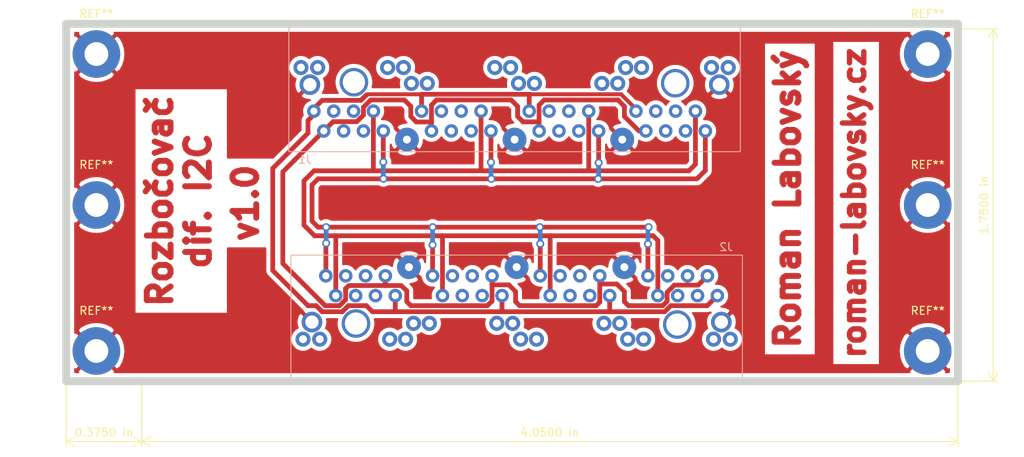
<source format=kicad_pcb>
(kicad_pcb (version 20171130) (host pcbnew "(5.1.6)-1")

  (general
    (thickness 1.6)
    (drawings 12)
    (tracks 204)
    (zones 0)
    (modules 8)
    (nets 22)
  )

  (page A4)
  (layers
    (0 F.Cu signal)
    (31 B.Cu signal)
    (32 B.Adhes user)
    (33 F.Adhes user)
    (34 B.Paste user)
    (35 F.Paste user)
    (36 B.SilkS user)
    (37 F.SilkS user)
    (38 B.Mask user)
    (39 F.Mask user)
    (40 Dwgs.User user)
    (41 Cmts.User user)
    (42 Eco1.User user)
    (43 Eco2.User user)
    (44 Edge.Cuts user)
    (45 Margin user)
    (46 B.CrtYd user)
    (47 F.CrtYd user)
    (48 B.Fab user)
    (49 F.Fab user)
  )

  (setup
    (last_trace_width 0.25)
    (user_trace_width 0.5)
    (user_trace_width 0.6)
    (trace_clearance 0.2)
    (zone_clearance 0.508)
    (zone_45_only no)
    (trace_min 0.2)
    (via_size 0.8)
    (via_drill 0.4)
    (via_min_size 0.4)
    (via_min_drill 0.3)
    (user_via 1 0.6)
    (uvia_size 0.3)
    (uvia_drill 0.1)
    (uvias_allowed no)
    (uvia_min_size 0.2)
    (uvia_min_drill 0.1)
    (edge_width 0.05)
    (segment_width 0.2)
    (pcb_text_width 0.3)
    (pcb_text_size 1.5 1.5)
    (mod_edge_width 0.12)
    (mod_text_size 1 1)
    (mod_text_width 0.15)
    (pad_size 6 6)
    (pad_drill 3)
    (pad_to_mask_clearance 0.05)
    (aux_axis_origin 0 0)
    (visible_elements 7FFFFFFF)
    (pcbplotparams
      (layerselection 0x01000_7fffffff)
      (usegerberextensions false)
      (usegerberattributes true)
      (usegerberadvancedattributes true)
      (creategerberjobfile true)
      (excludeedgelayer false)
      (linewidth 0.100000)
      (plotframeref false)
      (viasonmask true)
      (mode 1)
      (useauxorigin false)
      (hpglpennumber 1)
      (hpglpenspeed 20)
      (hpglpendiameter 15.000000)
      (psnegative false)
      (psa4output false)
      (plotreference false)
      (plotvalue false)
      (plotinvisibletext false)
      (padsonsilk true)
      (subtractmaskfromsilk false)
      (outputformat 5)
      (mirror true)
      (drillshape 1)
      (scaleselection 1)
      (outputdirectory "D:/kicad/thomas_thermostat/i2c_bus_distributor/i2c_bus_distributor/export/"))
  )

  (net 0 "")
  (net 1 "Net-(J1-Pad12)")
  (net 2 "Net-(J1-Pad11)")
  (net 3 "Net-(J1-Pad10)")
  (net 4 "Net-(J1-Pad9)")
  (net 5 /sda-)
  (net 6 "Net-(J1-Pad3)")
  (net 7 "Net-(J1-Pad4)")
  (net 8 "Net-(J1-Pad6)")
  (net 9 /scl-)
  (net 10 /sda+)
  (net 11 /scl+)
  (net 12 "Net-(J1-Pad5)")
  (net 13 "Net-(J2-Pad12)")
  (net 14 "Net-(J2-Pad11)")
  (net 15 "Net-(J2-Pad10)")
  (net 16 "Net-(J2-Pad9)")
  (net 17 "Net-(J2-Pad3)")
  (net 18 "Net-(J2-Pad4)")
  (net 19 "Net-(J2-Pad6)")
  (net 20 "Net-(J2-Pad5)")
  (net 21 GND)

  (net_class Default "This is the default net class."
    (clearance 0.2)
    (trace_width 0.25)
    (via_dia 0.8)
    (via_drill 0.4)
    (uvia_dia 0.3)
    (uvia_drill 0.1)
    (add_net /scl+)
    (add_net /scl-)
    (add_net /sda+)
    (add_net /sda-)
    (add_net GND)
    (add_net "Net-(J1-Pad10)")
    (add_net "Net-(J1-Pad11)")
    (add_net "Net-(J1-Pad12)")
    (add_net "Net-(J1-Pad3)")
    (add_net "Net-(J1-Pad4)")
    (add_net "Net-(J1-Pad5)")
    (add_net "Net-(J1-Pad6)")
    (add_net "Net-(J1-Pad9)")
    (add_net "Net-(J2-Pad10)")
    (add_net "Net-(J2-Pad11)")
    (add_net "Net-(J2-Pad12)")
    (add_net "Net-(J2-Pad3)")
    (add_net "Net-(J2-Pad4)")
    (add_net "Net-(J2-Pad5)")
    (add_net "Net-(J2-Pad6)")
    (add_net "Net-(J2-Pad9)")
  )

  (module connectors_rl:1x4_rj45_MC001523_rl (layer B.Cu) (tedit 602D843D) (tstamp 602CA7EE)
    (at 134.245 85.31 180)
    (path /602C93A7)
    (fp_text reference J2 (at -26.416 2.54) (layer B.SilkS)
      (effects (font (size 1 1) (thickness 0.15)) (justify mirror))
    )
    (fp_text value 1x4_rj45_rl (at 0 -16.764) (layer B.Fab)
      (effects (font (size 1 1) (thickness 0.15)) (justify mirror))
    )
    (fp_line (start -28.448 0.508) (end -28.448 1.524) (layer B.SilkS) (width 0.12))
    (fp_line (start -28.448 1.524) (end 28.448 1.524) (layer B.SilkS) (width 0.12))
    (fp_line (start 28.448 1.524) (end 28.448 -14.476) (layer B.SilkS) (width 0.12))
    (fp_line (start 28.448 -14.476) (end -28.448 -14.478) (layer B.SilkS) (width 0.12))
    (fp_line (start -28.448 -14.478) (end -28.448 0.508) (layer B.SilkS) (width 0.12))
    (fp_line (start -28.448 1.524) (end 28.448 1.524) (layer B.CrtYd) (width 0.12))
    (fp_line (start 28.448 1.524) (end 28.444348 -14.47391) (layer B.CrtYd) (width 0.12))
    (fp_line (start 28.444348 -14.47391) (end -28.449388 -14.479192) (layer B.CrtYd) (width 0.12))
    (fp_line (start -28.449388 -14.479192) (end -28.448 1.524) (layer B.CrtYd) (width 0.12))
    (fp_line (start -28.448 1.524) (end -28.453635 -14.480526) (layer B.Fab) (width 0.12))
    (fp_line (start -28.453635 -14.480526) (end 28.449158 -14.471921) (layer B.Fab) (width 0.12))
    (fp_line (start 28.449158 -14.471921) (end 28.448 1.524) (layer B.Fab) (width 0.12))
    (fp_line (start 28.448 1.524) (end -28.448 1.524) (layer B.Fab) (width 0.12))
    (fp_text user %R (at 0 -12.7) (layer B.Fab)
      (effects (font (size 1 1) (thickness 0.15)) (justify mirror))
    )
    (pad 12 thru_hole circle (at -0.5 -9.09) (size 1.9 1.9) (drill 1) (layers *.Cu *.Mask)
      (net 13 "Net-(J2-Pad12)"))
    (pad 11 thru_hole circle (at -2.5 -9.09 180) (size 1.9 1.9) (drill 1) (layers *.Cu *.Mask)
      (net 14 "Net-(J2-Pad11)"))
    (pad 10 thru_hole circle (at 2.5 -7.09 180) (size 1.9 1.9) (drill 1) (layers *.Cu *.Mask)
      (net 15 "Net-(J2-Pad10)"))
    (pad 9 thru_hole circle (at 0.5 -7.09) (size 1.9 1.9) (drill 1) (layers *.Cu *.Mask)
      (net 16 "Net-(J2-Pad9)"))
    (pad 12 thru_hole circle (at 26.924 -9.09 180) (size 1.9 1.9) (drill 1) (layers *.Cu *.Mask)
      (net 13 "Net-(J2-Pad12)"))
    (pad 11 thru_hole circle (at 24.8158 -9.09 180) (size 1.9 1.9) (drill 1) (layers *.Cu *.Mask)
      (net 14 "Net-(J2-Pad11)"))
    (pad 12 thru_hole circle (at 13 -7.09 180) (size 1.9 1.9) (drill 1) (layers *.Cu *.Mask)
      (net 13 "Net-(J2-Pad12)"))
    (pad 11 thru_hole circle (at 11 -7.09 90) (size 1.9 1.9) (drill 1) (layers *.Cu *.Mask)
      (net 14 "Net-(J2-Pad11)"))
    (pad 9 thru_hole circle (at 14 -9.09 90) (size 1.9 1.9) (drill 1) (layers *.Cu *.Mask)
      (net 16 "Net-(J2-Pad9)"))
    (pad 10 thru_hole circle (at 16 -9.09 180) (size 1.9 1.9) (drill 1) (layers *.Cu *.Mask)
      (net 15 "Net-(J2-Pad10)"))
    (pad 10 thru_hole circle (at -11 -7.09 180) (size 1.9 1.9) (drill 1) (layers *.Cu *.Mask)
      (net 15 "Net-(J2-Pad10)"))
    (pad 9 thru_hole circle (at -13 -7.09 180) (size 1.9 1.9) (drill 1) (layers *.Cu *.Mask)
      (net 16 "Net-(J2-Pad9)"))
    (pad 12 thru_hole circle (at -14 -9.09 90) (size 1.9 1.9) (drill 1) (layers *.Cu *.Mask)
      (net 13 "Net-(J2-Pad12)"))
    (pad 11 thru_hole circle (at -16 -9.09 180) (size 1.9 1.9) (drill 1) (layers *.Cu *.Mask)
      (net 14 "Net-(J2-Pad11)"))
    (pad 10 thru_hole circle (at -24.8158 -9.09 180) (size 1.9 1.9) (drill 1) (layers *.Cu *.Mask)
      (net 15 "Net-(J2-Pad10)"))
    (pad 9 thru_hole circle (at -26.924 -9.09 180) (size 1.9 1.9) (drill 1) (layers *.Cu *.Mask)
      (net 16 "Net-(J2-Pad9)"))
    (pad "" np_thru_hole circle (at 20.25 -7.112 180) (size 3.6 3.6) (drill 2.8) (layers *.Cu *.Mask))
    (pad "" np_thru_hole circle (at -20.25 -7.239 180) (size 3.6 3.6) (drill 2.8) (layers *.Cu *.Mask))
    (pad 7 thru_hole circle (at 22.795 -3.59 180) (size 1.7 1.7) (drill 0.9) (layers *.Cu *.Mask)
      (net 5 /sda-))
    (pad 3 thru_hole circle (at 17.795 -3.59 90) (size 1.7 1.7) (drill 0.9) (layers *.Cu *.Mask)
      (net 17 "Net-(J2-Pad3)"))
    (pad 4 thru_hole circle (at 19.045 -1.09 180) (size 1.7 1.7) (drill 0.9) (layers *.Cu *.Mask)
      (net 18 "Net-(J2-Pad4)"))
    (pad 6 thru_hole circle (at 21.545 -1.09 180) (size 1.7 1.7) (drill 0.9) (layers *.Cu *.Mask)
      (net 19 "Net-(J2-Pad6)"))
    (pad 1 thru_hole circle (at 15.295 -3.59 180) (size 1.7 1.7) (drill 0.9) (layers *.Cu *.Mask)
      (net 9 /scl-))
    (pad 8 thru_hole circle (at 24.045 -1.09 180) (size 1.7 1.7) (drill 0.9) (layers *.Cu *.Mask)
      (net 10 /sda+))
    (pad 2 thru_hole circle (at 16.545 -1.09 180) (size 1.7 1.7) (drill 0.9) (layers *.Cu *.Mask)
      (net 11 /scl+))
    (pad 5 thru_hole circle (at 20.295 -3.59 180) (size 1.7 1.7) (drill 0.9) (layers *.Cu *.Mask)
      (net 20 "Net-(J2-Pad5)"))
    (pad 7 thru_hole circle (at -17.795 -3.59 180) (size 1.7 1.7) (drill 0.9) (layers *.Cu *.Mask)
      (net 5 /sda-))
    (pad 3 thru_hole circle (at -22.795 -3.59 180) (size 1.7 1.7) (drill 0.9) (layers *.Cu *.Mask)
      (net 17 "Net-(J2-Pad3)"))
    (pad 4 thru_hole circle (at -21.545 -1.09 180) (size 1.7 1.7) (drill 0.9) (layers *.Cu *.Mask)
      (net 18 "Net-(J2-Pad4)"))
    (pad 6 thru_hole circle (at -19.045 -1.09 180) (size 1.7 1.7) (drill 0.9) (layers *.Cu *.Mask)
      (net 19 "Net-(J2-Pad6)"))
    (pad 1 thru_hole circle (at -25.295 -3.59 180) (size 1.7 1.7) (drill 0.9) (layers *.Cu *.Mask)
      (net 9 /scl-))
    (pad 8 thru_hole circle (at -16.545 -1.09 180) (size 1.7 1.7) (drill 0.9) (layers *.Cu *.Mask)
      (net 10 /sda+))
    (pad 2 thru_hole circle (at -24.045 -1.09 180) (size 1.7 1.7) (drill 0.9) (layers *.Cu *.Mask)
      (net 11 /scl+))
    (pad 5 thru_hole circle (at -20.295 -3.59 180) (size 1.7 1.7) (drill 0.9) (layers *.Cu *.Mask)
      (net 20 "Net-(J2-Pad5)"))
    (pad 6 thru_hole circle (at -5.475 -1.09 180) (size 1.7 1.7) (drill 0.9) (layers *.Cu *.Mask)
      (net 19 "Net-(J2-Pad6)"))
    (pad 2 thru_hole circle (at -10.475 -1.09 180) (size 1.7 1.7) (drill 0.9) (layers *.Cu *.Mask)
      (net 11 /scl+))
    (pad 5 thru_hole circle (at -6.725 -3.59 180) (size 1.7 1.7) (drill 0.9) (layers *.Cu *.Mask)
      (net 20 "Net-(J2-Pad5)"))
    (pad 8 thru_hole circle (at -2.975 -1.09 180) (size 1.7 1.7) (drill 0.9) (layers *.Cu *.Mask)
      (net 10 /sda+))
    (pad 1 thru_hole circle (at -11.725 -3.59 180) (size 1.7 1.7) (drill 0.9) (layers *.Cu *.Mask)
      (net 9 /scl-))
    (pad 4 thru_hole circle (at -7.975 -1.09 180) (size 1.7 1.7) (drill 0.9) (layers *.Cu *.Mask)
      (net 18 "Net-(J2-Pad4)"))
    (pad 3 thru_hole circle (at -9.225 -3.59 180) (size 1.7 1.7) (drill 0.9) (layers *.Cu *.Mask)
      (net 17 "Net-(J2-Pad3)"))
    (pad 7 thru_hole circle (at -4.225 -3.59 180) (size 1.7 1.7) (drill 0.9) (layers *.Cu *.Mask)
      (net 5 /sda-))
    (pad 13 thru_hole circle (at -25.8 -6.93 180) (size 2.6 2.6) (drill 1.68) (layers *.Cu *.Mask)
      (net 21 GND))
    (pad 13 thru_hole circle (at 25.8 -6.93 180) (size 2.6 2.6) (drill 1.68) (layers *.Cu *.Mask)
      (net 21 GND))
    (pad 13 thru_hole circle (at -13.57 0 180) (size 3 3) (drill 1) (layers *.Cu *.Mask)
      (net 21 GND))
    (pad 13 thru_hole circle (at 13.57 0 180) (size 3 3) (drill 1) (layers *.Cu *.Mask)
      (net 21 GND))
    (pad 7 thru_hole circle (at 9.345 -3.59 180) (size 1.7 1.7) (drill 0.9) (layers *.Cu *.Mask)
      (net 5 /sda-))
    (pad 4 thru_hole circle (at 5.595 -1.09 180) (size 1.7 1.7) (drill 0.9) (layers *.Cu *.Mask)
      (net 18 "Net-(J2-Pad4)"))
    (pad 1 thru_hole circle (at 1.845 -3.59 180) (size 1.7 1.7) (drill 0.9) (layers *.Cu *.Mask)
      (net 9 /scl-))
    (pad 8 thru_hole circle (at 10.595 -1.09 180) (size 1.7 1.7) (drill 0.9) (layers *.Cu *.Mask)
      (net 10 /sda+))
    (pad 5 thru_hole circle (at 6.845 -3.59 180) (size 1.7 1.7) (drill 0.9) (layers *.Cu *.Mask)
      (net 20 "Net-(J2-Pad5)"))
    (pad 3 thru_hole circle (at 4.345 -3.59 180) (size 1.7 1.7) (drill 0.9) (layers *.Cu *.Mask)
      (net 17 "Net-(J2-Pad3)"))
    (pad 6 thru_hole circle (at 8.095 -1.09 180) (size 1.7 1.7) (drill 0.9) (layers *.Cu *.Mask)
      (net 19 "Net-(J2-Pad6)"))
    (pad 2 thru_hole circle (at 3.095 -1.09 180) (size 1.7 1.7) (drill 0.9) (layers *.Cu *.Mask)
      (net 11 /scl+))
    (pad 13 thru_hole circle (at 0 0 180) (size 3 3) (drill 1) (layers *.Cu *.Mask)
      (net 21 GND))
  )

  (module connectors_rl:1x4_rj45_MC001523_rl (layer B.Cu) (tedit 602D843D) (tstamp 602CB79F)
    (at 133.985 69.215)
    (path /602C468B)
    (fp_text reference J1 (at -26.416 2.54) (layer B.SilkS)
      (effects (font (size 1 1) (thickness 0.15)) (justify mirror))
    )
    (fp_text value 1x4_rj45_rl (at 0 -16.764) (layer B.Fab)
      (effects (font (size 1 1) (thickness 0.15)) (justify mirror))
    )
    (fp_line (start -28.448 0.508) (end -28.448 1.524) (layer B.SilkS) (width 0.12))
    (fp_line (start -28.448 1.524) (end 28.448 1.524) (layer B.SilkS) (width 0.12))
    (fp_line (start 28.448 1.524) (end 28.448 -14.476) (layer B.SilkS) (width 0.12))
    (fp_line (start 28.448 -14.476) (end -28.448 -14.478) (layer B.SilkS) (width 0.12))
    (fp_line (start -28.448 -14.478) (end -28.448 0.508) (layer B.SilkS) (width 0.12))
    (fp_line (start -28.448 1.524) (end 28.448 1.524) (layer B.CrtYd) (width 0.12))
    (fp_line (start 28.448 1.524) (end 28.444348 -14.47391) (layer B.CrtYd) (width 0.12))
    (fp_line (start 28.444348 -14.47391) (end -28.449388 -14.479192) (layer B.CrtYd) (width 0.12))
    (fp_line (start -28.449388 -14.479192) (end -28.448 1.524) (layer B.CrtYd) (width 0.12))
    (fp_line (start -28.448 1.524) (end -28.453635 -14.480526) (layer B.Fab) (width 0.12))
    (fp_line (start -28.453635 -14.480526) (end 28.449158 -14.471921) (layer B.Fab) (width 0.12))
    (fp_line (start 28.449158 -14.471921) (end 28.448 1.524) (layer B.Fab) (width 0.12))
    (fp_line (start 28.448 1.524) (end -28.448 1.524) (layer B.Fab) (width 0.12))
    (fp_text user %R (at 0 -12.7) (layer B.Fab)
      (effects (font (size 1 1) (thickness 0.15)) (justify mirror))
    )
    (pad 12 thru_hole circle (at -0.5 -9.09 180) (size 1.9 1.9) (drill 1) (layers *.Cu *.Mask)
      (net 1 "Net-(J1-Pad12)"))
    (pad 11 thru_hole circle (at -2.5 -9.09) (size 1.9 1.9) (drill 1) (layers *.Cu *.Mask)
      (net 2 "Net-(J1-Pad11)"))
    (pad 10 thru_hole circle (at 2.5 -7.09) (size 1.9 1.9) (drill 1) (layers *.Cu *.Mask)
      (net 3 "Net-(J1-Pad10)"))
    (pad 9 thru_hole circle (at 0.5 -7.09 180) (size 1.9 1.9) (drill 1) (layers *.Cu *.Mask)
      (net 4 "Net-(J1-Pad9)"))
    (pad 12 thru_hole circle (at 26.924 -9.09) (size 1.9 1.9) (drill 1) (layers *.Cu *.Mask)
      (net 1 "Net-(J1-Pad12)"))
    (pad 11 thru_hole circle (at 24.8158 -9.09) (size 1.9 1.9) (drill 1) (layers *.Cu *.Mask)
      (net 2 "Net-(J1-Pad11)"))
    (pad 12 thru_hole circle (at 13 -7.09) (size 1.9 1.9) (drill 1) (layers *.Cu *.Mask)
      (net 1 "Net-(J1-Pad12)"))
    (pad 11 thru_hole circle (at 11 -7.09 270) (size 1.9 1.9) (drill 1) (layers *.Cu *.Mask)
      (net 2 "Net-(J1-Pad11)"))
    (pad 9 thru_hole circle (at 14 -9.09 270) (size 1.9 1.9) (drill 1) (layers *.Cu *.Mask)
      (net 4 "Net-(J1-Pad9)"))
    (pad 10 thru_hole circle (at 16 -9.09) (size 1.9 1.9) (drill 1) (layers *.Cu *.Mask)
      (net 3 "Net-(J1-Pad10)"))
    (pad 10 thru_hole circle (at -11 -7.09) (size 1.9 1.9) (drill 1) (layers *.Cu *.Mask)
      (net 3 "Net-(J1-Pad10)"))
    (pad 9 thru_hole circle (at -13 -7.09) (size 1.9 1.9) (drill 1) (layers *.Cu *.Mask)
      (net 4 "Net-(J1-Pad9)"))
    (pad 12 thru_hole circle (at -14 -9.09 270) (size 1.9 1.9) (drill 1) (layers *.Cu *.Mask)
      (net 1 "Net-(J1-Pad12)"))
    (pad 11 thru_hole circle (at -16 -9.09) (size 1.9 1.9) (drill 1) (layers *.Cu *.Mask)
      (net 2 "Net-(J1-Pad11)"))
    (pad 10 thru_hole circle (at -24.8158 -9.09) (size 1.9 1.9) (drill 1) (layers *.Cu *.Mask)
      (net 3 "Net-(J1-Pad10)"))
    (pad 9 thru_hole circle (at -26.924 -9.09) (size 1.9 1.9) (drill 1) (layers *.Cu *.Mask)
      (net 4 "Net-(J1-Pad9)"))
    (pad "" np_thru_hole circle (at 20.25 -7.112) (size 3.6 3.6) (drill 2.8) (layers *.Cu *.Mask))
    (pad "" np_thru_hole circle (at -20.25 -7.239) (size 3.6 3.6) (drill 2.8) (layers *.Cu *.Mask))
    (pad 7 thru_hole circle (at 22.795 -3.59) (size 1.7 1.7) (drill 0.9) (layers *.Cu *.Mask)
      (net 5 /sda-))
    (pad 3 thru_hole circle (at 17.795 -3.59 270) (size 1.7 1.7) (drill 0.9) (layers *.Cu *.Mask)
      (net 6 "Net-(J1-Pad3)"))
    (pad 4 thru_hole circle (at 19.045 -1.09) (size 1.7 1.7) (drill 0.9) (layers *.Cu *.Mask)
      (net 7 "Net-(J1-Pad4)"))
    (pad 6 thru_hole circle (at 21.545 -1.09) (size 1.7 1.7) (drill 0.9) (layers *.Cu *.Mask)
      (net 8 "Net-(J1-Pad6)"))
    (pad 1 thru_hole circle (at 15.295 -3.59) (size 1.7 1.7) (drill 0.9) (layers *.Cu *.Mask)
      (net 9 /scl-))
    (pad 8 thru_hole circle (at 24.045 -1.09) (size 1.7 1.7) (drill 0.9) (layers *.Cu *.Mask)
      (net 10 /sda+))
    (pad 2 thru_hole circle (at 16.545 -1.09) (size 1.7 1.7) (drill 0.9) (layers *.Cu *.Mask)
      (net 11 /scl+))
    (pad 5 thru_hole circle (at 20.295 -3.59) (size 1.7 1.7) (drill 0.9) (layers *.Cu *.Mask)
      (net 12 "Net-(J1-Pad5)"))
    (pad 7 thru_hole circle (at -17.795 -3.59) (size 1.7 1.7) (drill 0.9) (layers *.Cu *.Mask)
      (net 5 /sda-))
    (pad 3 thru_hole circle (at -22.795 -3.59) (size 1.7 1.7) (drill 0.9) (layers *.Cu *.Mask)
      (net 6 "Net-(J1-Pad3)"))
    (pad 4 thru_hole circle (at -21.545 -1.09) (size 1.7 1.7) (drill 0.9) (layers *.Cu *.Mask)
      (net 7 "Net-(J1-Pad4)"))
    (pad 6 thru_hole circle (at -19.045 -1.09) (size 1.7 1.7) (drill 0.9) (layers *.Cu *.Mask)
      (net 8 "Net-(J1-Pad6)"))
    (pad 1 thru_hole circle (at -25.295 -3.59) (size 1.7 1.7) (drill 0.9) (layers *.Cu *.Mask)
      (net 9 /scl-))
    (pad 8 thru_hole circle (at -16.545 -1.09) (size 1.7 1.7) (drill 0.9) (layers *.Cu *.Mask)
      (net 10 /sda+))
    (pad 2 thru_hole circle (at -24.045 -1.09) (size 1.7 1.7) (drill 0.9) (layers *.Cu *.Mask)
      (net 11 /scl+))
    (pad 5 thru_hole circle (at -20.295 -3.59) (size 1.7 1.7) (drill 0.9) (layers *.Cu *.Mask)
      (net 12 "Net-(J1-Pad5)"))
    (pad 6 thru_hole circle (at -5.475 -1.09) (size 1.7 1.7) (drill 0.9) (layers *.Cu *.Mask)
      (net 8 "Net-(J1-Pad6)"))
    (pad 2 thru_hole circle (at -10.475 -1.09) (size 1.7 1.7) (drill 0.9) (layers *.Cu *.Mask)
      (net 11 /scl+))
    (pad 5 thru_hole circle (at -6.725 -3.59) (size 1.7 1.7) (drill 0.9) (layers *.Cu *.Mask)
      (net 12 "Net-(J1-Pad5)"))
    (pad 8 thru_hole circle (at -2.975 -1.09) (size 1.7 1.7) (drill 0.9) (layers *.Cu *.Mask)
      (net 10 /sda+))
    (pad 1 thru_hole circle (at -11.725 -3.59) (size 1.7 1.7) (drill 0.9) (layers *.Cu *.Mask)
      (net 9 /scl-))
    (pad 4 thru_hole circle (at -7.975 -1.09) (size 1.7 1.7) (drill 0.9) (layers *.Cu *.Mask)
      (net 7 "Net-(J1-Pad4)"))
    (pad 3 thru_hole circle (at -9.225 -3.59) (size 1.7 1.7) (drill 0.9) (layers *.Cu *.Mask)
      (net 6 "Net-(J1-Pad3)"))
    (pad 7 thru_hole circle (at -4.225 -3.59) (size 1.7 1.7) (drill 0.9) (layers *.Cu *.Mask)
      (net 5 /sda-))
    (pad 13 thru_hole circle (at -25.8 -6.93) (size 2.6 2.6) (drill 1.68) (layers *.Cu *.Mask)
      (net 21 GND))
    (pad 13 thru_hole circle (at 25.8 -6.93) (size 2.6 2.6) (drill 1.68) (layers *.Cu *.Mask)
      (net 21 GND))
    (pad 13 thru_hole circle (at -13.57 0) (size 3 3) (drill 1) (layers *.Cu *.Mask)
      (net 21 GND))
    (pad 13 thru_hole circle (at 13.57 0) (size 3 3) (drill 1) (layers *.Cu *.Mask)
      (net 21 GND))
    (pad 7 thru_hole circle (at 9.345 -3.59) (size 1.7 1.7) (drill 0.9) (layers *.Cu *.Mask)
      (net 5 /sda-))
    (pad 4 thru_hole circle (at 5.595 -1.09) (size 1.7 1.7) (drill 0.9) (layers *.Cu *.Mask)
      (net 7 "Net-(J1-Pad4)"))
    (pad 1 thru_hole circle (at 1.845 -3.59) (size 1.7 1.7) (drill 0.9) (layers *.Cu *.Mask)
      (net 9 /scl-))
    (pad 8 thru_hole circle (at 10.595 -1.09) (size 1.7 1.7) (drill 0.9) (layers *.Cu *.Mask)
      (net 10 /sda+))
    (pad 5 thru_hole circle (at 6.845 -3.59) (size 1.7 1.7) (drill 0.9) (layers *.Cu *.Mask)
      (net 12 "Net-(J1-Pad5)"))
    (pad 3 thru_hole circle (at 4.345 -3.59) (size 1.7 1.7) (drill 0.9) (layers *.Cu *.Mask)
      (net 6 "Net-(J1-Pad3)"))
    (pad 6 thru_hole circle (at 8.095 -1.09) (size 1.7 1.7) (drill 0.9) (layers *.Cu *.Mask)
      (net 8 "Net-(J1-Pad6)"))
    (pad 2 thru_hole circle (at 3.095 -1.09) (size 1.7 1.7) (drill 0.9) (layers *.Cu *.Mask)
      (net 11 /scl+))
    (pad 13 thru_hole circle (at 0 0) (size 3 3) (drill 1) (layers *.Cu *.Mask)
      (net 21 GND))
  )

  (module Connector_Wire:SolderWirePad_1x01_Drill2.5mm (layer F.Cu) (tedit 602D7F55) (tstamp 602D74A0)
    (at 186.055 77.47)
    (descr "Wire solder connection")
    (tags connector)
    (attr virtual)
    (fp_text reference REF** (at 0 -5.08) (layer F.SilkS)
      (effects (font (size 1 1) (thickness 0.15)))
    )
    (fp_text value SolderWirePad_1x01_Drill2.5mm (at 0 5.08) (layer F.Fab)
      (effects (font (size 1 1) (thickness 0.15)))
    )
    (fp_line (start -3.5 -3.5) (end 3.5 -3.5) (layer F.CrtYd) (width 0.05))
    (fp_line (start -3.5 -3.5) (end -3.5 3.5) (layer F.CrtYd) (width 0.05))
    (fp_line (start 3.5 3.5) (end 3.5 -3.5) (layer F.CrtYd) (width 0.05))
    (fp_line (start 3.5 3.5) (end -3.5 3.5) (layer F.CrtYd) (width 0.05))
    (fp_text user %R (at 0 0) (layer F.Fab)
      (effects (font (size 1 1) (thickness 0.15)))
    )
    (pad ~ thru_hole circle (at 0 0) (size 6 6) (drill 3) (layers *.Cu *.Mask)
      (net 21 GND))
  )

  (module Connector_Wire:SolderWirePad_1x01_Drill2.5mm (layer F.Cu) (tedit 602D7F50) (tstamp 602D74A0)
    (at 81.28 77.47)
    (descr "Wire solder connection")
    (tags connector)
    (attr virtual)
    (fp_text reference REF** (at 0 -5.08) (layer F.SilkS)
      (effects (font (size 1 1) (thickness 0.15)))
    )
    (fp_text value SolderWirePad_1x01_Drill2.5mm (at 0 5.08) (layer F.Fab)
      (effects (font (size 1 1) (thickness 0.15)))
    )
    (fp_line (start -3.5 -3.5) (end 3.5 -3.5) (layer F.CrtYd) (width 0.05))
    (fp_line (start -3.5 -3.5) (end -3.5 3.5) (layer F.CrtYd) (width 0.05))
    (fp_line (start 3.5 3.5) (end 3.5 -3.5) (layer F.CrtYd) (width 0.05))
    (fp_line (start 3.5 3.5) (end -3.5 3.5) (layer F.CrtYd) (width 0.05))
    (fp_text user %R (at 0 0) (layer F.Fab)
      (effects (font (size 1 1) (thickness 0.15)))
    )
    (pad ~ thru_hole circle (at 0 0) (size 6 6) (drill 3) (layers *.Cu *.Mask)
      (net 21 GND))
  )

  (module Connector_Wire:SolderWirePad_1x01_Drill2.5mm (layer F.Cu) (tedit 602D91F4) (tstamp 602C4C6C)
    (at 81.28 58.42)
    (descr "Wire solder connection")
    (tags connector)
    (attr virtual)
    (fp_text reference REF** (at 0 -5.08) (layer F.SilkS)
      (effects (font (size 1 1) (thickness 0.15)))
    )
    (fp_text value SolderWirePad_1x01_Drill2.5mm (at 0 5.08) (layer F.Fab)
      (effects (font (size 1 1) (thickness 0.15)))
    )
    (fp_line (start -3.5 -3.5) (end 3.5 -3.5) (layer F.CrtYd) (width 0.05))
    (fp_line (start -3.5 -3.5) (end -3.5 3.5) (layer F.CrtYd) (width 0.05))
    (fp_line (start 3.5 3.5) (end 3.5 -3.5) (layer F.CrtYd) (width 0.05))
    (fp_line (start 3.5 3.5) (end -3.5 3.5) (layer F.CrtYd) (width 0.05))
    (fp_text user %R (at 0 0) (layer F.Fab)
      (effects (font (size 1 1) (thickness 0.15)))
    )
    (pad ~ thru_hole circle (at 0 0) (size 6 6) (drill 3) (layers *.Cu *.Mask)
      (net 21 GND))
  )

  (module Connector_Wire:SolderWirePad_1x01_Drill2.5mm (layer F.Cu) (tedit 602D9206) (tstamp 602C4DC7)
    (at 186.055 95.885)
    (descr "Wire solder connection")
    (tags connector)
    (attr virtual)
    (fp_text reference REF** (at 0 -5.08) (layer F.SilkS)
      (effects (font (size 1 1) (thickness 0.15)))
    )
    (fp_text value SolderWirePad_1x01_Drill2.5mm (at 0 5.08) (layer F.Fab)
      (effects (font (size 1 1) (thickness 0.15)))
    )
    (fp_line (start -3.5 -3.5) (end 3.5 -3.5) (layer F.CrtYd) (width 0.05))
    (fp_line (start -3.5 -3.5) (end -3.5 3.5) (layer F.CrtYd) (width 0.05))
    (fp_line (start 3.5 3.5) (end 3.5 -3.5) (layer F.CrtYd) (width 0.05))
    (fp_line (start 3.5 3.5) (end -3.5 3.5) (layer F.CrtYd) (width 0.05))
    (fp_text user %R (at 0 0) (layer F.Fab)
      (effects (font (size 1 1) (thickness 0.15)))
    )
    (pad ~ thru_hole circle (at 0 0) (size 6 6) (drill 3) (layers *.Cu *.Mask)
      (net 21 GND))
  )

  (module Connector_Wire:SolderWirePad_1x01_Drill2.5mm (layer F.Cu) (tedit 602D91FB) (tstamp 602C4D88)
    (at 81.28 95.885)
    (descr "Wire solder connection")
    (tags connector)
    (attr virtual)
    (fp_text reference REF** (at 0 -5.08) (layer F.SilkS)
      (effects (font (size 1 1) (thickness 0.15)))
    )
    (fp_text value SolderWirePad_1x01_Drill2.5mm (at 0 5.08) (layer F.Fab)
      (effects (font (size 1 1) (thickness 0.15)))
    )
    (fp_line (start 3.5 3.5) (end -3.5 3.5) (layer F.CrtYd) (width 0.05))
    (fp_line (start 3.5 3.5) (end 3.5 -3.5) (layer F.CrtYd) (width 0.05))
    (fp_line (start -3.5 -3.5) (end -3.5 3.5) (layer F.CrtYd) (width 0.05))
    (fp_line (start -3.5 -3.5) (end 3.5 -3.5) (layer F.CrtYd) (width 0.05))
    (fp_text user %R (at 0 0) (layer F.Fab)
      (effects (font (size 1 1) (thickness 0.15)))
    )
    (pad ~ thru_hole circle (at 0 0) (size 6 6) (drill 3) (layers *.Cu *.Mask)
      (net 21 GND))
  )

  (module Connector_Wire:SolderWirePad_1x01_Drill2.5mm (layer F.Cu) (tedit 602D9200) (tstamp 602C4D7F)
    (at 186.055 58.42)
    (descr "Wire solder connection")
    (tags connector)
    (attr virtual)
    (fp_text reference REF** (at 0 -5.08) (layer F.SilkS)
      (effects (font (size 1 1) (thickness 0.15)))
    )
    (fp_text value SolderWirePad_1x01_Drill2.5mm (at 0 5.08) (layer F.Fab)
      (effects (font (size 1 1) (thickness 0.15)))
    )
    (fp_line (start -3.5 -3.5) (end 3.5 -3.5) (layer F.CrtYd) (width 0.05))
    (fp_line (start -3.5 -3.5) (end -3.5 3.5) (layer F.CrtYd) (width 0.05))
    (fp_line (start 3.5 3.5) (end 3.5 -3.5) (layer F.CrtYd) (width 0.05))
    (fp_line (start 3.5 3.5) (end -3.5 3.5) (layer F.CrtYd) (width 0.05))
    (fp_text user %R (at 0 0) (layer F.Fab)
      (effects (font (size 1 1) (thickness 0.15)))
    )
    (pad ~ thru_hole circle (at 0 0) (size 6 6) (drill 3) (layers *.Cu *.Mask)
      (net 21 GND))
  )

  (gr_text roman-labovsky.cz (at 176.784 77.216 90) (layer F.Cu)
    (effects (font (size 2.7 2.7) (thickness 0.675)))
  )
  (gr_text "Roman Labovský" (at 168.402 76.708 90) (layer F.Cu)
    (effects (font (size 3 3) (thickness 0.75)))
  )
  (gr_text "Rozbočovač\ndif. I2C" (at 91.694 76.962 90) (layer F.Cu)
    (effects (font (size 3 3) (thickness 0.75)))
  )
  (gr_text v1.0 (at 100.076 77.216 90) (layer F.Cu)
    (effects (font (size 3 3) (thickness 0.75)))
  )
  (dimension 9.525 (width 0.12) (layer F.SilkS) (tstamp 602C5004)
    (gr_text "9.525 mm" (at 82.2325 108.585) (layer F.SilkS) (tstamp 602C5004)
      (effects (font (size 1 1) (thickness 0.15)))
    )
    (feature1 (pts (xy 86.995 99.695) (xy 86.995 107.901421)))
    (feature2 (pts (xy 77.47 99.695) (xy 77.47 107.901421)))
    (crossbar (pts (xy 77.47 107.315) (xy 86.995 107.315)))
    (arrow1a (pts (xy 86.995 107.315) (xy 85.868496 107.901421)))
    (arrow1b (pts (xy 86.995 107.315) (xy 85.868496 106.728579)))
    (arrow2a (pts (xy 77.47 107.315) (xy 78.596504 107.901421)))
    (arrow2b (pts (xy 77.47 107.315) (xy 78.596504 106.728579)))
  )
  (dimension 102.87 (width 0.12) (layer F.SilkS) (tstamp 602C5001)
    (gr_text "102.870 mm" (at 138.43 108.585) (layer F.SilkS) (tstamp 602C5001)
      (effects (font (size 1 1) (thickness 0.15)))
    )
    (feature1 (pts (xy 189.865 99.695) (xy 189.865 107.901421)))
    (feature2 (pts (xy 86.995 99.695) (xy 86.995 107.901421)))
    (crossbar (pts (xy 86.995 107.315) (xy 189.865 107.315)))
    (arrow1a (pts (xy 189.865 107.315) (xy 188.738496 107.901421)))
    (arrow1b (pts (xy 189.865 107.315) (xy 188.738496 106.728579)))
    (arrow2a (pts (xy 86.995 107.315) (xy 88.121504 107.901421)))
    (arrow2b (pts (xy 86.995 107.315) (xy 88.121504 106.728579)))
  )
  (gr_line (start 189.865 99.695) (end 189.865 54.61) (layer Edge.Cuts) (width 1) (tstamp 602C4FFF))
  (dimension 112.395 (width 0.15) (layer Dwgs.User) (tstamp 602C4FFC)
    (gr_text "112,395 mm" (at 133.6675 109.885) (layer Dwgs.User) (tstamp 602C4FFC)
      (effects (font (size 1 1) (thickness 0.15)))
    )
    (feature1 (pts (xy 189.865 99.695) (xy 189.865 109.171421)))
    (feature2 (pts (xy 77.47 99.695) (xy 77.47 109.171421)))
    (crossbar (pts (xy 77.47 108.585) (xy 189.865 108.585)))
    (arrow1a (pts (xy 189.865 108.585) (xy 188.738496 109.171421)))
    (arrow1b (pts (xy 189.865 108.585) (xy 188.738496 107.998579)))
    (arrow2a (pts (xy 77.47 108.585) (xy 78.596504 109.171421)))
    (arrow2b (pts (xy 77.47 108.585) (xy 78.596504 107.998579)))
  )
  (gr_line (start 77.47 54.61) (end 189.865 54.61) (layer Edge.Cuts) (width 1) (tstamp 602C4FFA))
  (gr_line (start 189.865 99.695) (end 77.47 99.695) (layer Edge.Cuts) (width 1) (tstamp 602C4FF9))
  (gr_line (start 77.47 99.695) (end 77.47 54.61) (layer Edge.Cuts) (width 1) (tstamp 602C4FF8))
  (dimension 44.45 (width 0.12) (layer F.SilkS) (tstamp 602C4FF6)
    (gr_text "44.450 mm" (at 195.58 77.47 90) (layer F.SilkS) (tstamp 602C4FF6)
      (effects (font (size 1 1) (thickness 0.15)))
    )
    (feature1 (pts (xy 189.865 55.245) (xy 194.896421 55.245)))
    (feature2 (pts (xy 189.865 99.695) (xy 194.896421 99.695)))
    (crossbar (pts (xy 194.31 99.695) (xy 194.31 55.245)))
    (arrow1a (pts (xy 194.31 55.245) (xy 194.896421 56.371504)))
    (arrow1b (pts (xy 194.31 55.245) (xy 193.723579 56.371504)))
    (arrow2a (pts (xy 194.31 99.695) (xy 194.896421 98.568496)))
    (arrow2b (pts (xy 194.31 99.695) (xy 193.723579 98.568496)))
  )

  (segment (start 151.965001 88.825001) (end 152.04 88.9) (width 0.6) (layer F.Cu) (net 5) (status 30))
  (segment (start 156.78 72.328) (end 155.956 73.152) (width 0.6) (layer F.Cu) (net 5))
  (segment (start 156.78 65.625) (end 156.78 72.328) (width 0.6) (layer F.Cu) (net 5) (status 10))
  (segment (start 143.33 65.625) (end 143.33 73.078) (width 0.6) (layer F.Cu) (net 5) (status 10))
  (segment (start 155.956 73.152) (end 143.256 73.152) (width 0.6) (layer F.Cu) (net 5))
  (segment (start 143.33 73.078) (end 143.256 73.152) (width 0.6) (layer F.Cu) (net 5))
  (segment (start 129.76 65.625) (end 129.76 72.932) (width 0.6) (layer F.Cu) (net 5) (status 10))
  (segment (start 143.256 73.152) (end 129.54 73.152) (width 0.6) (layer F.Cu) (net 5))
  (segment (start 152.04 88.9) (end 152.04 81.936) (width 0.6) (layer F.Cu) (net 5) (status 10))
  (segment (start 111.45 88.9) (end 111.45 81.478) (width 0.6) (layer F.Cu) (net 5) (status 10))
  (segment (start 111.45 81.478) (end 111.32 81.348) (width 0.6) (layer F.Cu) (net 5))
  (segment (start 116.19 65.625) (end 116.19 73.01) (width 0.6) (layer F.Cu) (net 5) (status 10))
  (segment (start 116.19 73.01) (end 116.332 73.152) (width 0.6) (layer F.Cu) (net 5))
  (segment (start 129.54 73.152) (end 116.332 73.152) (width 0.6) (layer F.Cu) (net 5))
  (segment (start 124.9 88.9) (end 124.9 82.11) (width 0.6) (layer F.Cu) (net 5) (status 10))
  (segment (start 151.452 81.348) (end 152.04 81.936) (width 0.6) (layer F.Cu) (net 5))
  (segment (start 123.884 81.348) (end 111.32 81.348) (width 0.6) (layer F.Cu) (net 5))
  (segment (start 124.138 81.348) (end 123.884 81.348) (width 0.6) (layer F.Cu) (net 5))
  (segment (start 123.884 81.348) (end 124.9 81.348) (width 0.6) (layer F.Cu) (net 5))
  (segment (start 124.9 82.11) (end 124.9 81.348) (width 0.6) (layer F.Cu) (net 5))
  (segment (start 108.712 73.152) (end 109.22 73.152) (width 0.6) (layer F.Cu) (net 5))
  (segment (start 107.442 74.422) (end 108.712 73.152) (width 0.6) (layer F.Cu) (net 5))
  (segment (start 116.332 73.152) (end 109.22 73.152) (width 0.6) (layer F.Cu) (net 5))
  (segment (start 107.442 80.01) (end 107.442 74.422) (width 0.6) (layer F.Cu) (net 5))
  (segment (start 111.32 81.348) (end 108.78 81.348) (width 0.6) (layer F.Cu) (net 5))
  (segment (start 108.78 81.348) (end 107.442 80.01) (width 0.6) (layer F.Cu) (net 5))
  (segment (start 138.47 81.494) (end 138.616 81.348) (width 0.6) (layer F.Cu) (net 5))
  (segment (start 138.47 88.9) (end 138.47 81.494) (width 0.6) (layer F.Cu) (net 5) (status 10))
  (segment (start 124.9 81.348) (end 138.616 81.348) (width 0.6) (layer F.Cu) (net 5))
  (segment (start 138.616 81.348) (end 151.452 81.348) (width 0.6) (layer F.Cu) (net 5))
  (segment (start 149.28 65.362928) (end 147.417072 63.5) (width 0.5) (layer F.Cu) (net 9) (status 10))
  (segment (start 108.552999 65.437001) (end 109.728 64.262) (width 0.6) (layer F.Cu) (net 9) (status 10))
  (segment (start 109.799 64.262) (end 114.554 64.262) (width 0.6) (layer F.Cu) (net 9))
  (segment (start 115.307928 63.574073) (end 114.620001 64.262) (width 0.6) (layer F.Cu) (net 9))
  (segment (start 118.618 63.5) (end 115.443 63.5) (width 0.5) (layer F.Cu) (net 9))
  (segment (start 122.292928 63.5) (end 118.482928 63.5) (width 0.5) (layer F.Cu) (net 9))
  (segment (start 158.242 90.17) (end 153.642 90.17) (width 0.6) (layer F.Cu) (net 9))
  (segment (start 132.4 90.744) (end 132.588 90.932) (width 0.6) (layer F.Cu) (net 9))
  (segment (start 132.4 88.9) (end 132.4 90.744) (width 0.6) (layer F.Cu) (net 9) (status 10))
  (segment (start 118.95 90.854) (end 118.872 90.932) (width 0.6) (layer F.Cu) (net 9))
  (segment (start 118.95 88.9) (end 118.95 90.854) (width 0.6) (layer F.Cu) (net 9) (status 10))
  (segment (start 132.588 90.932) (end 118.872 90.932) (width 0.6) (layer F.Cu) (net 9))
  (segment (start 145.97 88.9) (end 145.97 90.758) (width 0.6) (layer F.Cu) (net 9) (status 10))
  (segment (start 145.97 90.758) (end 145.796 90.932) (width 0.6) (layer F.Cu) (net 9))
  (segment (start 145.796 90.932) (end 132.588 90.932) (width 0.6) (layer F.Cu) (net 9))
  (segment (start 135.83 63.56) (end 135.89 63.5) (width 0.6) (layer F.Cu) (net 9))
  (segment (start 147.417072 63.5) (end 135.89 63.5) (width 0.5) (layer F.Cu) (net 9))
  (segment (start 135.83 65.625) (end 135.83 63.56) (width 0.6) (layer F.Cu) (net 9) (status 10))
  (segment (start 135.89 63.5) (end 122.292928 63.5) (width 0.6) (layer F.Cu) (net 9))
  (segment (start 122.26 63.532928) (end 122.292928 63.5) (width 0.6) (layer F.Cu) (net 9))
  (segment (start 122.26 65.625) (end 122.26 63.532928) (width 0.6) (layer F.Cu) (net 9) (status 10))
  (segment (start 153.642 90.198) (end 152.908 90.932) (width 0.6) (layer F.Cu) (net 9))
  (segment (start 153.642 90.17) (end 153.642 90.198) (width 0.25) (layer F.Cu) (net 9))
  (segment (start 158.27 90.17) (end 158.242 90.17) (width 0.6) (layer F.Cu) (net 9))
  (segment (start 159.54 88.9) (end 158.27 90.17) (width 0.6) (layer F.Cu) (net 9) (status 10))
  (segment (start 152.908 90.932) (end 145.796 90.932) (width 0.6) (layer F.Cu) (net 9))
  (segment (start 108.69 66.062) (end 108.69 65.625) (width 0.6) (layer F.Cu) (net 9))
  (segment (start 107.95 66.802) (end 108.69 66.062) (width 0.6) (layer F.Cu) (net 9))
  (segment (start 107.95 68.397) (end 107.95 66.802) (width 0.6) (layer F.Cu) (net 9))
  (segment (start 113.030002 90.17) (end 112.268002 90.932) (width 0.6) (layer F.Cu) (net 9))
  (segment (start 109.728 90.932) (end 109.728 90.918974) (width 0.6) (layer F.Cu) (net 9))
  (segment (start 115.316 90.17) (end 113.030002 90.17) (width 0.6) (layer F.Cu) (net 9))
  (segment (start 116.078 90.932) (end 115.316 90.17) (width 0.6) (layer F.Cu) (net 9))
  (segment (start 103.505 72.842) (end 107.95 68.397) (width 0.6) (layer F.Cu) (net 9))
  (segment (start 119.045998 90.932) (end 116.078 90.932) (width 0.6) (layer F.Cu) (net 9))
  (segment (start 109.728 90.918974) (end 108.979026 90.17) (width 0.6) (layer F.Cu) (net 9))
  (segment (start 103.505 85.725) (end 103.505 72.842) (width 0.6) (layer F.Cu) (net 9))
  (segment (start 112.268002 90.932) (end 109.728 90.932) (width 0.6) (layer F.Cu) (net 9))
  (segment (start 108.979026 90.17) (end 107.95 90.17) (width 0.6) (layer F.Cu) (net 9))
  (segment (start 107.95 90.17) (end 103.505 85.725) (width 0.6) (layer F.Cu) (net 9))
  (segment (start 130.81 68.325) (end 131.01 68.125) (width 0.6) (layer F.Cu) (net 10) (status 30))
  (segment (start 144.78 68.325) (end 144.58 68.125) (width 0.6) (layer F.Cu) (net 10) (status 30))
  (segment (start 137.16 86.34) (end 137.22 86.4) (width 0.6) (layer F.Cu) (net 10) (status 30))
  (via (at 131.01 72.082) (size 1) (drill 0.6) (layers F.Cu B.Cu) (net 10))
  (segment (start 131.01 72.082) (end 131.01 68.125) (width 0.6) (layer F.Cu) (net 10) (status 20))
  (via (at 117.44 72.044) (size 1) (drill 0.6) (layers F.Cu B.Cu) (net 10))
  (segment (start 117.44 72.044) (end 117.44 68.125) (width 0.6) (layer F.Cu) (net 10) (status 20))
  (segment (start 144.58 68.125) (end 144.58 72.136) (width 0.6) (layer F.Cu) (net 10) (status 10))
  (via (at 144.58 72.136) (size 1) (drill 0.6) (layers F.Cu B.Cu) (net 10))
  (via (at 117.459319 74.147846) (size 1) (drill 0.6) (layers F.Cu B.Cu) (net 10))
  (segment (start 117.44 74.076) (end 117.348 74.168) (width 0.6) (layer B.Cu) (net 10))
  (segment (start 117.44 72.044) (end 117.44 74.076) (width 0.6) (layer B.Cu) (net 10))
  (segment (start 123.65 82.502) (end 123.65 86.4) (width 0.6) (layer F.Cu) (net 10) (status 20))
  (via (at 123.65 82.502) (size 1) (drill 0.6) (layers F.Cu B.Cu) (net 10))
  (segment (start 137.22 82.356) (end 137.22 86.4) (width 0.6) (layer F.Cu) (net 10) (status 20))
  (via (at 137.22 82.356) (size 1) (drill 0.6) (layers F.Cu B.Cu) (net 10))
  (segment (start 150.495 86.105) (end 150.79 86.4) (width 0.6) (layer F.Cu) (net 10) (status 30))
  (segment (start 150.79 82.382) (end 150.79 86.4) (width 0.6) (layer F.Cu) (net 10) (status 20))
  (via (at 150.79 82.382) (size 1) (drill 0.6) (layers F.Cu B.Cu) (net 10))
  (segment (start 110.2 86.4) (end 110.2 82.332) (width 0.6) (layer F.Cu) (net 10) (status 10))
  (via (at 110.236 82.296) (size 1) (drill 0.6) (layers F.Cu B.Cu) (net 10))
  (segment (start 110.2 82.332) (end 110.236 82.296) (width 0.6) (layer F.Cu) (net 10))
  (segment (start 144.58 73.968) (end 144.58 72.136) (width 0.6) (layer B.Cu) (net 10))
  (segment (start 144.526 74.168) (end 156.972 74.168) (width 0.6) (layer F.Cu) (net 10))
  (segment (start 158.03 73.11) (end 158.03 68.125) (width 0.6) (layer F.Cu) (net 10) (status 20))
  (via (at 144.526 74.168) (size 1) (drill 0.6) (layers F.Cu B.Cu) (net 10))
  (segment (start 156.972 74.168) (end 158.03 73.11) (width 0.6) (layer F.Cu) (net 10))
  (segment (start 144.526 74.168) (end 144.58 73.968) (width 0.6) (layer B.Cu) (net 10))
  (segment (start 144.272 74.168) (end 144.526 74.168) (width 0.6) (layer F.Cu) (net 10))
  (segment (start 131.064 74.168) (end 144.272 74.168) (width 0.6) (layer F.Cu) (net 10))
  (segment (start 131.01 74.114) (end 131.01 72.082) (width 0.6) (layer B.Cu) (net 10))
  (segment (start 131.064 74.168) (end 131.01 74.114) (width 0.6) (layer B.Cu) (net 10))
  (via (at 131.064 74.168) (size 1) (drill 0.6) (layers F.Cu B.Cu) (net 10))
  (segment (start 110.236 82.296) (end 110.236 80.264) (width 0.6) (layer B.Cu) (net 10))
  (via (at 110.236 80.264) (size 1) (drill 0.6) (layers F.Cu B.Cu) (net 10))
  (segment (start 123.661 80.264) (end 123.65 80.566) (width 0.6) (layer B.Cu) (net 10))
  (segment (start 123.65 80.566) (end 123.65 82.502) (width 0.6) (layer B.Cu) (net 10))
  (via (at 123.661 80.264) (size 1) (drill 0.6) (layers F.Cu B.Cu) (net 10))
  (via (at 150.876 80.264) (size 1) (drill 0.6) (layers F.Cu B.Cu) (net 10))
  (segment (start 150.79 80.641) (end 150.79 82.382) (width 0.6) (layer B.Cu) (net 10))
  (segment (start 150.876 80.264) (end 150.79 80.641) (width 0.6) (layer B.Cu) (net 10))
  (segment (start 137.16 80.264) (end 123.661 80.264) (width 0.6) (layer F.Cu) (net 10))
  (segment (start 150.876 80.264) (end 137.16 80.264) (width 0.6) (layer F.Cu) (net 10))
  (via (at 137.16 80.264) (size 1) (drill 0.6) (layers F.Cu B.Cu) (net 10))
  (segment (start 137.16 80.264) (end 137.22 80.712) (width 0.6) (layer B.Cu) (net 10))
  (segment (start 137.22 80.712) (end 137.22 82.356) (width 0.6) (layer B.Cu) (net 10))
  (segment (start 123.661 80.264) (end 110.236 80.264) (width 0.6) (layer F.Cu) (net 10))
  (segment (start 109.22 80.264) (end 110.236 80.264) (width 0.6) (layer F.Cu) (net 10))
  (segment (start 108.458 79.502) (end 109.22 80.264) (width 0.6) (layer F.Cu) (net 10))
  (segment (start 131.064 74.168) (end 109.22 74.168) (width 0.6) (layer F.Cu) (net 10))
  (segment (start 108.458 74.93) (end 108.458 79.502) (width 0.6) (layer F.Cu) (net 10))
  (segment (start 109.22 74.168) (end 108.458 74.93) (width 0.6) (layer F.Cu) (net 10))
  (segment (start 137.154999 68.050001) (end 137.08 68.125) (width 0.6) (layer F.Cu) (net 11) (status 30))
  (segment (start 137.717919 64.212081) (end 137.154999 64.775001) (width 0.6) (layer F.Cu) (net 11))
  (segment (start 123.51 68.125) (end 123.51 66.995) (width 0.6) (layer F.Cu) (net 11) (status 10))
  (segment (start 123.51 66.995) (end 123.51 64.858164) (width 0.6) (layer F.Cu) (net 11))
  (segment (start 123.51 64.858164) (end 124.156082 64.212082) (width 0.6) (layer F.Cu) (net 11))
  (segment (start 145.08392 64.212082) (end 145.083919 64.212081) (width 0.5) (layer F.Cu) (net 11))
  (segment (start 145.083919 64.212081) (end 137.717919 64.212081) (width 0.6) (layer F.Cu) (net 11))
  (segment (start 149.913 68.125) (end 150.53 68.125) (width 0.6) (layer F.Cu) (net 11) (status 30))
  (segment (start 144.78 86.46) (end 144.72 86.4) (width 0.6) (layer F.Cu) (net 11) (status 30))
  (segment (start 131.064 86.486) (end 131.15 86.4) (width 0.6) (layer F.Cu) (net 11) (status 30))
  (segment (start 117.7 86.4) (end 117.7 87.22) (width 0.6) (layer F.Cu) (net 11) (status 30))
  (segment (start 117.7 87.532) (end 117.656999 87.575001) (width 0.6) (layer F.Cu) (net 11))
  (segment (start 117.7 86.4) (end 117.7 87.532) (width 0.6) (layer F.Cu) (net 11) (status 10))
  (segment (start 144.72 86.4) (end 144.72 87.436) (width 0.6) (layer F.Cu) (net 11) (status 10))
  (segment (start 157.114999 87.575001) (end 154.125997 87.575001) (width 0.6) (layer F.Cu) (net 11))
  (segment (start 158.29 86.4) (end 157.114999 87.575001) (width 0.6) (layer F.Cu) (net 11) (status 10))
  (segment (start 154.125997 87.575001) (end 153.215001 88.485997) (width 0.6) (layer F.Cu) (net 11))
  (segment (start 144.272 90.17) (end 134.62 90.17) (width 0.6) (layer F.Cu) (net 11))
  (segment (start 131.075001 86.474999) (end 131.15 86.4) (width 0.6) (layer F.Cu) (net 11) (status 30))
  (segment (start 119.688999 87.63) (end 117.656999 87.63) (width 0.6) (layer F.Cu) (net 11))
  (segment (start 130.556 90.17) (end 120.904 90.17) (width 0.6) (layer F.Cu) (net 11))
  (segment (start 106.172 86.23159) (end 110.046205 90.105795) (width 0.6) (layer F.Cu) (net 11))
  (segment (start 109.34841 89.408) (end 110.046205 90.105795) (width 0.6) (layer F.Cu) (net 11))
  (segment (start 147.828 65.024) (end 147.016081 64.212081) (width 0.6) (layer F.Cu) (net 11))
  (segment (start 147.828 66.294) (end 147.828 65.024) (width 0.6) (layer F.Cu) (net 11))
  (segment (start 150.53 68.125) (end 149.659 68.125) (width 0.6) (layer F.Cu) (net 11) (status 10))
  (segment (start 147.016081 64.212081) (end 145.083919 64.212081) (width 0.6) (layer F.Cu) (net 11))
  (segment (start 149.659 68.125) (end 147.828 66.294) (width 0.6) (layer F.Cu) (net 11))
  (segment (start 124.156082 64.212082) (end 133.554082 64.212082) (width 0.6) (layer F.Cu) (net 11))
  (segment (start 133.554082 64.212082) (end 134.366 65.024) (width 0.6) (layer F.Cu) (net 11))
  (segment (start 110.11041 90.17) (end 110.046205 90.105795) (width 0.6) (layer F.Cu) (net 11))
  (segment (start 110.744 90.17) (end 110.11041 90.17) (width 0.6) (layer F.Cu) (net 11))
  (segment (start 111.919002 90.17) (end 110.744 90.17) (width 0.6) (layer F.Cu) (net 11))
  (segment (start 112.555412 89.53359) (end 111.919002 90.17) (width 0.6) (layer F.Cu) (net 11))
  (segment (start 113.084999 87.63) (end 117.656999 87.63) (width 0.6) (layer F.Cu) (net 11))
  (segment (start 112.555412 89.53359) (end 112.625001 89.464001) (width 0.5) (layer F.Cu) (net 11))
  (segment (start 112.687426 89.440545) (end 112.687426 88.011543) (width 0.6) (layer F.Cu) (net 11))
  (segment (start 112.687426 88.011543) (end 112.703456 88.011543) (width 0.6) (layer F.Cu) (net 11))
  (segment (start 112.703456 88.011543) (end 113.014998 87.700001) (width 0.6) (layer F.Cu) (net 11))
  (segment (start 120.396 88.282002) (end 119.688999 87.63) (width 0.6) (layer F.Cu) (net 11))
  (segment (start 120.904 90.17) (end 120.396 89.662) (width 0.6) (layer F.Cu) (net 11))
  (segment (start 120.396 89.662) (end 120.396 88.282002) (width 0.6) (layer F.Cu) (net 11))
  (segment (start 131.075001 89.650999) (end 130.556 90.17) (width 0.6) (layer F.Cu) (net 11))
  (segment (start 131.148955 86.401045) (end 131.15 86.4) (width 0.6) (layer F.Cu) (net 11) (status 30))
  (segment (start 131.148955 89.63705) (end 131.148955 87.545045) (width 0.6) (layer F.Cu) (net 11))
  (segment (start 131.148955 87.545045) (end 131.148955 86.401045) (width 0.6) (layer F.Cu) (net 11) (status 20))
  (segment (start 131.148955 87.545045) (end 133.265045 87.545045) (width 0.6) (layer F.Cu) (net 11))
  (segment (start 133.265045 87.545045) (end 134.112 88.392) (width 0.6) (layer F.Cu) (net 11))
  (segment (start 134.62 90.17) (end 134.112 89.662) (width 0.6) (layer F.Cu) (net 11))
  (segment (start 134.112 89.662) (end 134.112 88.392) (width 0.6) (layer F.Cu) (net 11))
  (segment (start 144.272 90.17) (end 144.72 89.722) (width 0.6) (layer F.Cu) (net 11))
  (segment (start 144.72 87.436) (end 144.72 89.722) (width 0.6) (layer F.Cu) (net 11))
  (segment (start 152.654 90.17) (end 153.215001 89.608999) (width 0.6) (layer F.Cu) (net 11))
  (segment (start 146.872 87.436) (end 147.828 88.392) (width 0.6) (layer F.Cu) (net 11))
  (segment (start 144.72 87.436) (end 146.872 87.436) (width 0.6) (layer F.Cu) (net 11))
  (segment (start 147.828 88.392) (end 147.828 89.662) (width 0.6) (layer F.Cu) (net 11))
  (segment (start 153.215001 89.608999) (end 153.215001 88.485997) (width 0.6) (layer F.Cu) (net 11))
  (segment (start 147.828 89.662) (end 148.336 90.17) (width 0.6) (layer F.Cu) (net 11))
  (segment (start 148.336 90.17) (end 152.654 90.17) (width 0.6) (layer F.Cu) (net 11))
  (segment (start 106.183 71.882) (end 106.172 71.882) (width 0.6) (layer F.Cu) (net 11))
  (segment (start 109.94 68.125) (end 106.183 71.882) (width 0.6) (layer F.Cu) (net 11) (status 10))
  (segment (start 137.073619 64.835411) (end 137.073619 66.969619) (width 0.6) (layer F.Cu) (net 11))
  (segment (start 137.08 66.976) (end 137.073619 66.969619) (width 0.6) (layer F.Cu) (net 11))
  (segment (start 137.08 68.125) (end 137.08 66.976) (width 0.6) (layer F.Cu) (net 11) (status 10))
  (segment (start 111.115001 66.949999) (end 109.94 68.125) (width 0.6) (layer F.Cu) (net 11) (status 20))
  (segment (start 114.104003 66.949999) (end 111.115001 66.949999) (width 0.6) (layer F.Cu) (net 11))
  (segment (start 114.935 65.140998) (end 114.935 66.119002) (width 0.6) (layer F.Cu) (net 11))
  (segment (start 115.863916 64.212082) (end 114.935 65.140998) (width 0.6) (layer F.Cu) (net 11))
  (segment (start 121.605 66.995) (end 120.904 66.294) (width 0.6) (layer F.Cu) (net 11))
  (segment (start 123.51 66.995) (end 121.605 66.995) (width 0.6) (layer F.Cu) (net 11))
  (segment (start 114.935 66.119002) (end 114.104003 66.949999) (width 0.6) (layer F.Cu) (net 11))
  (segment (start 120.904 66.294) (end 120.904 65.024) (width 0.6) (layer F.Cu) (net 11))
  (segment (start 120.904 65.024) (end 120.092082 64.212082) (width 0.6) (layer F.Cu) (net 11))
  (segment (start 120.092082 64.212082) (end 115.863916 64.212082) (width 0.6) (layer F.Cu) (net 11))
  (segment (start 106.158974 86.23159) (end 104.775 84.847616) (width 0.6) (layer F.Cu) (net 11))
  (segment (start 106.172 86.23159) (end 106.158974 86.23159) (width 0.6) (layer F.Cu) (net 11))
  (segment (start 104.775 73.29) (end 106.183 71.882) (width 0.6) (layer F.Cu) (net 11))
  (segment (start 104.775 84.847616) (end 104.775 73.29) (width 0.6) (layer F.Cu) (net 11))
  (segment (start 137.068237 66.975001) (end 135.047001 66.975001) (width 0.6) (layer F.Cu) (net 11))
  (segment (start 137.073619 66.969619) (end 137.068237 66.975001) (width 0.6) (layer F.Cu) (net 11))
  (segment (start 134.366 66.294) (end 134.366 65.024) (width 0.6) (layer F.Cu) (net 11))
  (segment (start 135.047001 66.975001) (end 134.366 66.294) (width 0.6) (layer F.Cu) (net 11))

  (zone (net 21) (net_name GND) (layer F.Cu) (tstamp 602E6415) (hatch edge 0.508)
    (connect_pads (clearance 0.508))
    (min_thickness 0.254)
    (fill yes (arc_segments 32) (thermal_gap 0.508) (thermal_bridge_width 0.508))
    (polygon
      (pts
        (xy 189.3824 99.2378) (xy 77.8764 99.2378) (xy 77.8764 55.118) (xy 77.9018 55.0926) (xy 77.8764 55.0926)
        (xy 189.3824 55.0418)
      )
    )
    (filled_polygon
      (pts
        (xy 78.900919 55.861314) (xy 81.28 58.240395) (xy 83.659081 55.861314) (xy 83.575738 55.745) (xy 183.759262 55.745)
        (xy 183.675919 55.861314) (xy 186.055 58.240395) (xy 188.434081 55.861314) (xy 188.350738 55.745) (xy 188.730001 55.745)
        (xy 188.730001 56.124263) (xy 188.613686 56.040919) (xy 186.234605 58.42) (xy 188.613686 60.799081) (xy 188.730001 60.715737)
        (xy 188.730001 75.174263) (xy 188.613686 75.090919) (xy 186.234605 77.47) (xy 188.613686 79.849081) (xy 188.73 79.765737)
        (xy 188.73 93.589263) (xy 188.613686 93.505919) (xy 186.234605 95.885) (xy 188.613686 98.264081) (xy 188.73 98.180738)
        (xy 188.73 98.56) (xy 188.350738 98.56) (xy 188.434081 98.443686) (xy 186.055 96.064605) (xy 183.675919 98.443686)
        (xy 183.759262 98.56) (xy 83.575738 98.56) (xy 83.659081 98.443686) (xy 81.28 96.064605) (xy 78.900919 98.443686)
        (xy 78.984262 98.56) (xy 78.605 98.56) (xy 78.605 98.180738) (xy 78.721314 98.264081) (xy 81.100395 95.885)
        (xy 81.459605 95.885) (xy 83.838686 98.264081) (xy 84.307868 97.927894) (xy 84.648237 97.297932) (xy 84.859166 96.613673)
        (xy 84.93255 95.901411) (xy 84.865569 95.188518) (xy 84.660796 94.502391) (xy 84.326102 93.869397) (xy 84.307868 93.842106)
        (xy 83.838686 93.505919) (xy 81.459605 95.885) (xy 81.100395 95.885) (xy 78.721314 93.505919) (xy 78.605 93.589262)
        (xy 78.605 93.326314) (xy 78.900919 93.326314) (xy 81.28 95.705395) (xy 83.659081 93.326314) (xy 83.322894 92.857132)
        (xy 82.692932 92.516763) (xy 82.008673 92.305834) (xy 81.296411 92.23245) (xy 80.583518 92.299431) (xy 79.897391 92.504204)
        (xy 79.264397 92.838898) (xy 79.237106 92.857132) (xy 78.900919 93.326314) (xy 78.605 93.326314) (xy 78.605 80.028686)
        (xy 78.900919 80.028686) (xy 79.237106 80.497868) (xy 79.867068 80.838237) (xy 80.551327 81.049166) (xy 81.263589 81.12255)
        (xy 81.976482 81.055569) (xy 82.662609 80.850796) (xy 83.295603 80.516102) (xy 83.322894 80.497868) (xy 83.659081 80.028686)
        (xy 81.28 77.649605) (xy 78.900919 80.028686) (xy 78.605 80.028686) (xy 78.605 79.765738) (xy 78.721314 79.849081)
        (xy 81.100395 77.47) (xy 81.459605 77.47) (xy 83.838686 79.849081) (xy 84.307868 79.512894) (xy 84.648237 78.882932)
        (xy 84.859166 78.198673) (xy 84.93255 77.486411) (xy 84.865569 76.773518) (xy 84.660796 76.087391) (xy 84.326102 75.454397)
        (xy 84.307868 75.427106) (xy 83.838686 75.090919) (xy 81.459605 77.47) (xy 81.100395 77.47) (xy 78.721314 75.090919)
        (xy 78.605 75.174262) (xy 78.605 74.911314) (xy 78.900919 74.911314) (xy 81.28 77.290395) (xy 83.659081 74.911314)
        (xy 83.322894 74.442132) (xy 82.692932 74.101763) (xy 82.008673 73.890834) (xy 81.296411 73.81745) (xy 80.583518 73.884431)
        (xy 79.897391 74.089204) (xy 79.264397 74.423898) (xy 79.237106 74.442132) (xy 78.900919 74.911314) (xy 78.605 74.911314)
        (xy 78.605 62.737714) (xy 86.0865 62.737714) (xy 86.0865 91.186285) (xy 97.8565 91.186285) (xy 97.8565 82.940285)
        (xy 102.57 82.940285) (xy 102.57 85.679068) (xy 102.565476 85.725) (xy 102.580548 85.878028) (xy 102.583529 85.908291)
        (xy 102.636993 86.084539) (xy 102.723814 86.246971) (xy 102.840656 86.389344) (xy 102.876341 86.41863) (xy 107.256374 90.798664)
        (xy 107.285656 90.834344) (xy 107.296597 90.843323) (xy 107.275381 90.890776) (xy 108.445 92.060395) (xy 108.459143 92.046253)
        (xy 108.638748 92.225858) (xy 108.624605 92.24) (xy 108.638748 92.254143) (xy 108.459143 92.433748) (xy 108.445 92.419605)
        (xy 108.430858 92.433748) (xy 108.251253 92.254143) (xy 108.265395 92.24) (xy 107.095776 91.070381) (xy 106.800688 91.202317)
        (xy 106.629841 91.543045) (xy 106.52875 91.910557) (xy 106.501299 92.290729) (xy 106.548543 92.668951) (xy 106.646459 92.963812)
        (xy 106.570221 92.995391) (xy 106.310621 93.16885) (xy 106.08985 93.389621) (xy 105.916391 93.649221) (xy 105.796911 93.937673)
        (xy 105.736 94.243891) (xy 105.736 94.556109) (xy 105.796911 94.862327) (xy 105.916391 95.150779) (xy 106.08985 95.410379)
        (xy 106.310621 95.63115) (xy 106.570221 95.804609) (xy 106.858673 95.924089) (xy 107.164891 95.985) (xy 107.477109 95.985)
        (xy 107.783327 95.924089) (xy 108.071779 95.804609) (xy 108.331379 95.63115) (xy 108.3751 95.587429) (xy 108.418821 95.63115)
        (xy 108.678421 95.804609) (xy 108.966873 95.924089) (xy 109.273091 95.985) (xy 109.585309 95.985) (xy 109.891527 95.924089)
        (xy 110.179979 95.804609) (xy 110.439579 95.63115) (xy 110.66035 95.410379) (xy 110.833809 95.150779) (xy 110.953289 94.862327)
        (xy 111.0142 94.556109) (xy 111.0142 94.243891) (xy 110.953289 93.937673) (xy 110.833809 93.649221) (xy 110.66035 93.389621)
        (xy 110.439579 93.16885) (xy 110.21809 93.020856) (xy 110.260159 92.936955) (xy 110.36125 92.569443) (xy 110.388701 92.189271)
        (xy 110.348446 91.867) (xy 111.622692 91.867) (xy 111.56 92.182173) (xy 111.56 92.661827) (xy 111.653576 93.132263)
        (xy 111.837131 93.575405) (xy 112.103612 93.974222) (xy 112.442778 94.313388) (xy 112.841595 94.579869) (xy 113.284737 94.763424)
        (xy 113.755173 94.857) (xy 114.234827 94.857) (xy 114.705263 94.763424) (xy 115.148405 94.579869) (xy 115.547222 94.313388)
        (xy 115.886388 93.974222) (xy 116.152869 93.575405) (xy 116.336424 93.132263) (xy 116.43 92.661827) (xy 116.43 92.182173)
        (xy 116.367308 91.867) (xy 118.826068 91.867) (xy 118.872 91.871524) (xy 118.917932 91.867) (xy 119.750185 91.867)
        (xy 119.720911 91.937673) (xy 119.66 92.243891) (xy 119.66 92.556109) (xy 119.720911 92.862327) (xy 119.734758 92.895758)
        (xy 119.494221 92.995391) (xy 119.245 93.161915) (xy 118.995779 92.995391) (xy 118.707327 92.875911) (xy 118.401109 92.815)
        (xy 118.088891 92.815) (xy 117.782673 92.875911) (xy 117.494221 92.995391) (xy 117.234621 93.16885) (xy 117.01385 93.389621)
        (xy 116.840391 93.649221) (xy 116.720911 93.937673) (xy 116.66 94.243891) (xy 116.66 94.556109) (xy 116.720911 94.862327)
        (xy 116.840391 95.150779) (xy 117.01385 95.410379) (xy 117.234621 95.63115) (xy 117.494221 95.804609) (xy 117.782673 95.924089)
        (xy 118.088891 95.985) (xy 118.401109 95.985) (xy 118.707327 95.924089) (xy 118.995779 95.804609) (xy 119.245 95.638085)
        (xy 119.494221 95.804609) (xy 119.782673 95.924089) (xy 120.088891 95.985) (xy 120.401109 95.985) (xy 120.707327 95.924089)
        (xy 120.995779 95.804609) (xy 121.255379 95.63115) (xy 121.47615 95.410379) (xy 121.649609 95.150779) (xy 121.769089 94.862327)
        (xy 121.83 94.556109) (xy 121.83 94.243891) (xy 121.769089 93.937673) (xy 121.755242 93.904242) (xy 121.995779 93.804609)
        (xy 122.245 93.638085) (xy 122.494221 93.804609) (xy 122.782673 93.924089) (xy 123.088891 93.985) (xy 123.401109 93.985)
        (xy 123.707327 93.924089) (xy 123.995779 93.804609) (xy 124.255379 93.63115) (xy 124.47615 93.410379) (xy 124.649609 93.150779)
        (xy 124.769089 92.862327) (xy 124.83 92.556109) (xy 124.83 92.243891) (xy 124.769089 91.937673) (xy 124.739815 91.867)
        (xy 130.250185 91.867) (xy 130.220911 91.937673) (xy 130.16 92.243891) (xy 130.16 92.556109) (xy 130.220911 92.862327)
        (xy 130.340391 93.150779) (xy 130.51385 93.410379) (xy 130.734621 93.63115) (xy 130.994221 93.804609) (xy 131.282673 93.924089)
        (xy 131.588891 93.985) (xy 131.901109 93.985) (xy 132.207327 93.924089) (xy 132.495779 93.804609) (xy 132.745 93.638085)
        (xy 132.994221 93.804609) (xy 133.234758 93.904242) (xy 133.220911 93.937673) (xy 133.16 94.243891) (xy 133.16 94.556109)
        (xy 133.220911 94.862327) (xy 133.340391 95.150779) (xy 133.51385 95.410379) (xy 133.734621 95.63115) (xy 133.994221 95.804609)
        (xy 134.282673 95.924089) (xy 134.588891 95.985) (xy 134.901109 95.985) (xy 135.207327 95.924089) (xy 135.495779 95.804609)
        (xy 135.745 95.638085) (xy 135.994221 95.804609) (xy 136.282673 95.924089) (xy 136.588891 95.985) (xy 136.901109 95.985)
        (xy 137.207327 95.924089) (xy 137.495779 95.804609) (xy 137.755379 95.63115) (xy 137.97615 95.410379) (xy 138.149609 95.150779)
        (xy 138.269089 94.862327) (xy 138.33 94.556109) (xy 138.33 94.243891) (xy 138.269089 93.937673) (xy 138.149609 93.649221)
        (xy 137.97615 93.389621) (xy 137.755379 93.16885) (xy 137.495779 92.995391) (xy 137.207327 92.875911) (xy 136.901109 92.815)
        (xy 136.588891 92.815) (xy 136.282673 92.875911) (xy 135.994221 92.995391) (xy 135.745 93.161915) (xy 135.495779 92.995391)
        (xy 135.255242 92.895758) (xy 135.269089 92.862327) (xy 135.33 92.556109) (xy 135.33 92.243891) (xy 135.269089 91.937673)
        (xy 135.239815 91.867) (xy 143.750185 91.867) (xy 143.720911 91.937673) (xy 143.66 92.243891) (xy 143.66 92.556109)
        (xy 143.720911 92.862327) (xy 143.840391 93.150779) (xy 144.01385 93.410379) (xy 144.234621 93.63115) (xy 144.494221 93.804609)
        (xy 144.782673 93.924089) (xy 145.088891 93.985) (xy 145.401109 93.985) (xy 145.707327 93.924089) (xy 145.995779 93.804609)
        (xy 146.245 93.638085) (xy 146.494221 93.804609) (xy 146.734758 93.904242) (xy 146.720911 93.937673) (xy 146.66 94.243891)
        (xy 146.66 94.556109) (xy 146.720911 94.862327) (xy 146.840391 95.150779) (xy 147.01385 95.410379) (xy 147.234621 95.63115)
        (xy 147.494221 95.804609) (xy 147.782673 95.924089) (xy 148.088891 95.985) (xy 148.401109 95.985) (xy 148.707327 95.924089)
        (xy 148.995779 95.804609) (xy 149.245 95.638085) (xy 149.494221 95.804609) (xy 149.782673 95.924089) (xy 150.088891 95.985)
        (xy 150.401109 95.985) (xy 150.707327 95.924089) (xy 150.995779 95.804609) (xy 151.255379 95.63115) (xy 151.47615 95.410379)
        (xy 151.649609 95.150779) (xy 151.769089 94.862327) (xy 151.83 94.556109) (xy 151.83 94.243891) (xy 151.769089 93.937673)
        (xy 151.649609 93.649221) (xy 151.47615 93.389621) (xy 151.255379 93.16885) (xy 150.995779 92.995391) (xy 150.707327 92.875911)
        (xy 150.401109 92.815) (xy 150.088891 92.815) (xy 149.782673 92.875911) (xy 149.494221 92.995391) (xy 149.245 93.161915)
        (xy 148.995779 92.995391) (xy 148.755242 92.895758) (xy 148.769089 92.862327) (xy 148.83 92.556109) (xy 148.83 92.243891)
        (xy 148.769089 91.937673) (xy 148.739815 91.867) (xy 152.147954 91.867) (xy 152.06 92.309173) (xy 152.06 92.788827)
        (xy 152.153576 93.259263) (xy 152.337131 93.702405) (xy 152.603612 94.101222) (xy 152.942778 94.440388) (xy 153.341595 94.706869)
        (xy 153.784737 94.890424) (xy 154.255173 94.984) (xy 154.734827 94.984) (xy 155.205263 94.890424) (xy 155.648405 94.706869)
        (xy 156.047222 94.440388) (xy 156.386388 94.101222) (xy 156.652869 93.702405) (xy 156.836424 93.259263) (xy 156.93 92.788827)
        (xy 156.93 92.309173) (xy 156.836424 91.838737) (xy 156.652869 91.395595) (xy 156.4587 91.105) (xy 158.224068 91.105)
        (xy 158.27 91.109524) (xy 158.315932 91.105) (xy 158.453292 91.091471) (xy 158.62954 91.038007) (xy 158.651605 91.026213)
        (xy 158.695774 91.070382) (xy 158.400688 91.202317) (xy 158.229841 91.543045) (xy 158.12875 91.910557) (xy 158.101299 92.290729)
        (xy 158.148543 92.668951) (xy 158.266583 93.024415) (xy 158.050421 93.16885) (xy 157.82965 93.389621) (xy 157.656191 93.649221)
        (xy 157.536711 93.937673) (xy 157.4758 94.243891) (xy 157.4758 94.556109) (xy 157.536711 94.862327) (xy 157.656191 95.150779)
        (xy 157.82965 95.410379) (xy 158.050421 95.63115) (xy 158.310021 95.804609) (xy 158.598473 95.924089) (xy 158.904691 95.985)
        (xy 159.216909 95.985) (xy 159.523127 95.924089) (xy 159.811579 95.804609) (xy 160.071179 95.63115) (xy 160.1149 95.587429)
        (xy 160.158621 95.63115) (xy 160.418221 95.804609) (xy 160.706673 95.924089) (xy 161.012891 95.985) (xy 161.325109 95.985)
        (xy 161.631327 95.924089) (xy 161.919779 95.804609) (xy 162.179379 95.63115) (xy 162.40015 95.410379) (xy 162.573609 95.150779)
        (xy 162.693089 94.862327) (xy 162.754 94.556109) (xy 162.754 94.243891) (xy 162.693089 93.937673) (xy 162.573609 93.649221)
        (xy 162.40015 93.389621) (xy 162.179379 93.16885) (xy 161.919779 92.995391) (xy 161.84615 92.964893) (xy 161.860159 92.936955)
        (xy 161.96125 92.569443) (xy 161.988701 92.189271) (xy 161.941457 91.811049) (xy 161.821333 91.44931) (xy 161.689312 91.202317)
        (xy 161.394224 91.070381) (xy 160.224605 92.24) (xy 160.238748 92.254143) (xy 160.059143 92.433748) (xy 160.045 92.419605)
        (xy 160.030858 92.433748) (xy 159.851253 92.254143) (xy 159.865395 92.24) (xy 159.851253 92.225858) (xy 160.030858 92.046253)
        (xy 160.045 92.060395) (xy 161.214619 90.890776) (xy 161.082683 90.595688) (xy 160.741955 90.424841) (xy 160.374443 90.32375)
        (xy 160.041325 90.299697) (xy 160.243411 90.21599) (xy 160.486632 90.053475) (xy 160.693475 89.846632) (xy 160.85599 89.603411)
        (xy 160.967932 89.333158) (xy 161.025 89.04626) (xy 161.025 88.75374) (xy 160.967932 88.466842) (xy 160.85599 88.196589)
        (xy 160.693475 87.953368) (xy 160.486632 87.746525) (xy 160.243411 87.58401) (xy 159.973158 87.472068) (xy 159.68626 87.415)
        (xy 159.39374 87.415) (xy 159.37048 87.419627) (xy 159.443475 87.346632) (xy 159.60599 87.103411) (xy 159.717932 86.833158)
        (xy 159.775 86.54626) (xy 159.775 86.25374) (xy 159.717932 85.966842) (xy 159.60599 85.696589) (xy 159.443475 85.453368)
        (xy 159.236632 85.246525) (xy 158.993411 85.08401) (xy 158.723158 84.972068) (xy 158.43626 84.915) (xy 158.14374 84.915)
        (xy 157.856842 84.972068) (xy 157.586589 85.08401) (xy 157.343368 85.246525) (xy 157.136525 85.453368) (xy 157.04 85.597828)
        (xy 156.943475 85.453368) (xy 156.736632 85.246525) (xy 156.493411 85.08401) (xy 156.223158 84.972068) (xy 155.93626 84.915)
        (xy 155.64374 84.915) (xy 155.356842 84.972068) (xy 155.086589 85.08401) (xy 154.843368 85.246525) (xy 154.636525 85.453368)
        (xy 154.54 85.597828) (xy 154.443475 85.453368) (xy 154.236632 85.246525) (xy 153.993411 85.08401) (xy 153.723158 84.972068)
        (xy 153.43626 84.915) (xy 153.14374 84.915) (xy 152.975 84.948565) (xy 152.975 81.981935) (xy 152.979524 81.936)
        (xy 152.961472 81.752708) (xy 152.908007 81.576459) (xy 152.867346 81.500388) (xy 152.821186 81.414028) (xy 152.704344 81.271656)
        (xy 152.668654 81.242366) (xy 152.14563 80.719342) (xy 152.116344 80.683656) (xy 151.973972 80.566814) (xy 151.973096 80.566346)
        (xy 152.011 80.375788) (xy 152.011 80.152212) (xy 151.967383 79.932933) (xy 151.881824 79.726376) (xy 151.757612 79.54048)
        (xy 151.59952 79.382388) (xy 151.413624 79.258176) (xy 151.207067 79.172617) (xy 150.987788 79.129) (xy 150.764212 79.129)
        (xy 150.544933 79.172617) (xy 150.338376 79.258176) (xy 150.232381 79.329) (xy 137.803619 79.329) (xy 137.697624 79.258176)
        (xy 137.491067 79.172617) (xy 137.271788 79.129) (xy 137.048212 79.129) (xy 136.828933 79.172617) (xy 136.622376 79.258176)
        (xy 136.516381 79.329) (xy 124.304619 79.329) (xy 124.198624 79.258176) (xy 123.992067 79.172617) (xy 123.772788 79.129)
        (xy 123.549212 79.129) (xy 123.329933 79.172617) (xy 123.123376 79.258176) (xy 123.017381 79.329) (xy 110.879619 79.329)
        (xy 110.773624 79.258176) (xy 110.567067 79.172617) (xy 110.347788 79.129) (xy 110.124212 79.129) (xy 109.904933 79.172617)
        (xy 109.698376 79.258176) (xy 109.601318 79.323029) (xy 109.393 79.114711) (xy 109.393 75.317289) (xy 109.607289 75.103)
        (xy 116.845862 75.103) (xy 116.921695 75.15367) (xy 117.128252 75.239229) (xy 117.347531 75.282846) (xy 117.571107 75.282846)
        (xy 117.790386 75.239229) (xy 117.996943 75.15367) (xy 118.072776 75.103) (xy 130.420381 75.103) (xy 130.526376 75.173824)
        (xy 130.732933 75.259383) (xy 130.952212 75.303) (xy 131.175788 75.303) (xy 131.395067 75.259383) (xy 131.601624 75.173824)
        (xy 131.707619 75.103) (xy 143.882381 75.103) (xy 143.988376 75.173824) (xy 144.194933 75.259383) (xy 144.414212 75.303)
        (xy 144.637788 75.303) (xy 144.857067 75.259383) (xy 145.063624 75.173824) (xy 145.169619 75.103) (xy 156.926068 75.103)
        (xy 156.972 75.107524) (xy 157.017932 75.103) (xy 157.155292 75.089471) (xy 157.33154 75.036007) (xy 157.493972 74.949186)
        (xy 157.636344 74.832344) (xy 157.66563 74.796659) (xy 158.65866 73.803629) (xy 158.694344 73.774344) (xy 158.811186 73.631972)
        (xy 158.898007 73.46954) (xy 158.951471 73.293292) (xy 158.965 73.155932) (xy 158.965 73.155931) (xy 158.969524 73.11)
        (xy 158.965 73.064068) (xy 158.965 69.286247) (xy 158.976632 69.278475) (xy 159.183475 69.071632) (xy 159.34599 68.828411)
        (xy 159.457932 68.558158) (xy 159.515 68.27126) (xy 159.515 67.97874) (xy 159.457932 67.691842) (xy 159.34599 67.421589)
        (xy 159.183475 67.178368) (xy 158.976632 66.971525) (xy 158.733411 66.80901) (xy 158.463158 66.697068) (xy 158.17626 66.64)
        (xy 157.88374 66.64) (xy 157.86048 66.644627) (xy 157.933475 66.571632) (xy 158.09599 66.328411) (xy 158.207932 66.058158)
        (xy 158.265 65.77126) (xy 158.265 65.47874) (xy 158.207932 65.191842) (xy 158.09599 64.921589) (xy 157.933475 64.678368)
        (xy 157.726632 64.471525) (xy 157.483411 64.30901) (xy 157.213158 64.197068) (xy 156.92626 64.14) (xy 156.63374 64.14)
        (xy 156.346842 64.197068) (xy 156.076589 64.30901) (xy 155.833368 64.471525) (xy 155.626525 64.678368) (xy 155.53 64.822828)
        (xy 155.433475 64.678368) (xy 155.226632 64.471525) (xy 155.093919 64.382849) (xy 155.388405 64.260869) (xy 155.787222 63.994388)
        (xy 156.126388 63.655222) (xy 156.140418 63.634224) (xy 158.615381 63.634224) (xy 158.747317 63.929312) (xy 159.088045 64.100159)
        (xy 159.455557 64.20125) (xy 159.835729 64.228701) (xy 160.213951 64.181457) (xy 160.57569 64.061333) (xy 160.822683 63.929312)
        (xy 160.954619 63.634224) (xy 159.785 62.464605) (xy 158.615381 63.634224) (xy 156.140418 63.634224) (xy 156.392869 63.256405)
        (xy 156.576424 62.813263) (xy 156.67 62.342827) (xy 156.67 61.863173) (xy 156.576424 61.392737) (xy 156.392869 60.949595)
        (xy 156.126388 60.550778) (xy 155.787222 60.211612) (xy 155.423965 59.968891) (xy 157.2158 59.968891) (xy 157.2158 60.281109)
        (xy 157.276711 60.587327) (xy 157.396191 60.875779) (xy 157.56965 61.135379) (xy 157.790421 61.35615) (xy 158.01191 61.504144)
        (xy 157.969841 61.588045) (xy 157.86875 61.955557) (xy 157.841299 62.335729) (xy 157.888543 62.713951) (xy 158.008667 63.07569)
        (xy 158.140688 63.322683) (xy 158.435776 63.454619) (xy 159.605395 62.285) (xy 159.591253 62.270858) (xy 159.770858 62.091253)
        (xy 159.785 62.105395) (xy 159.799143 62.091253) (xy 159.978748 62.270858) (xy 159.964605 62.285) (xy 161.134224 63.454619)
        (xy 161.429312 63.322683) (xy 161.600159 62.981955) (xy 161.70125 62.614443) (xy 161.728701 62.234271) (xy 161.681457 61.856049)
        (xy 161.583541 61.561188) (xy 161.659779 61.529609) (xy 161.919379 61.35615) (xy 162.14015 61.135379) (xy 162.313609 60.875779)
        (xy 162.433089 60.587327) (xy 162.494 60.281109) (xy 162.494 59.968891) (xy 162.433089 59.662673) (xy 162.313609 59.374221)
        (xy 162.14015 59.114621) (xy 161.919379 58.89385) (xy 161.659779 58.720391) (xy 161.371327 58.600911) (xy 161.065109 58.54)
        (xy 160.752891 58.54) (xy 160.446673 58.600911) (xy 160.158221 58.720391) (xy 159.898621 58.89385) (xy 159.8549 58.937571)
        (xy 159.811179 58.89385) (xy 159.551579 58.720391) (xy 159.263127 58.600911) (xy 158.956909 58.54) (xy 158.644691 58.54)
        (xy 158.338473 58.600911) (xy 158.050021 58.720391) (xy 157.790421 58.89385) (xy 157.56965 59.114621) (xy 157.396191 59.374221)
        (xy 157.276711 59.662673) (xy 157.2158 59.968891) (xy 155.423965 59.968891) (xy 155.388405 59.945131) (xy 154.945263 59.761576)
        (xy 154.474827 59.668) (xy 153.995173 59.668) (xy 153.524737 59.761576) (xy 153.081595 59.945131) (xy 152.682778 60.211612)
        (xy 152.343612 60.550778) (xy 152.077131 60.949595) (xy 151.893576 61.392737) (xy 151.8 61.863173) (xy 151.8 62.342827)
        (xy 151.893576 62.813263) (xy 152.077131 63.256405) (xy 152.343612 63.655222) (xy 152.682778 63.994388) (xy 153.081595 64.260869)
        (xy 153.43164 64.405862) (xy 153.333368 64.471525) (xy 153.126525 64.678368) (xy 153.03 64.822828) (xy 152.933475 64.678368)
        (xy 152.726632 64.471525) (xy 152.483411 64.30901) (xy 152.213158 64.197068) (xy 151.92626 64.14) (xy 151.63374 64.14)
        (xy 151.346842 64.197068) (xy 151.076589 64.30901) (xy 150.833368 64.471525) (xy 150.626525 64.678368) (xy 150.53 64.822828)
        (xy 150.433475 64.678368) (xy 150.226632 64.471525) (xy 149.983411 64.30901) (xy 149.713158 64.197068) (xy 149.42626 64.14)
        (xy 149.308651 64.14) (xy 148.251349 63.082699) (xy 148.389609 62.875779) (xy 148.509089 62.587327) (xy 148.57 62.281109)
        (xy 148.57 61.968891) (xy 148.509089 61.662673) (xy 148.495242 61.629242) (xy 148.735779 61.529609) (xy 148.985 61.363085)
        (xy 149.234221 61.529609) (xy 149.522673 61.649089) (xy 149.828891 61.71) (xy 150.141109 61.71) (xy 150.447327 61.649089)
        (xy 150.735779 61.529609) (xy 150.995379 61.35615) (xy 151.21615 61.135379) (xy 151.389609 60.875779) (xy 151.509089 60.587327)
        (xy 151.57 60.281109) (xy 151.57 59.968891) (xy 151.509089 59.662673) (xy 151.389609 59.374221) (xy 151.21615 59.114621)
        (xy 150.995379 58.89385) (xy 150.735779 58.720391) (xy 150.447327 58.600911) (xy 150.141109 58.54) (xy 149.828891 58.54)
        (xy 149.522673 58.600911) (xy 149.234221 58.720391) (xy 148.985 58.886915) (xy 148.735779 58.720391) (xy 148.447327 58.600911)
        (xy 148.141109 58.54) (xy 147.828891 58.54) (xy 147.522673 58.600911) (xy 147.234221 58.720391) (xy 146.974621 58.89385)
        (xy 146.75385 59.114621) (xy 146.580391 59.374221) (xy 146.460911 59.662673) (xy 146.4 59.968891) (xy 146.4 60.281109)
        (xy 146.460911 60.587327) (xy 146.474758 60.620758) (xy 146.234221 60.720391) (xy 145.985 60.886915) (xy 145.735779 60.720391)
        (xy 145.447327 60.600911) (xy 145.141109 60.54) (xy 144.828891 60.54) (xy 144.522673 60.600911) (xy 144.234221 60.720391)
        (xy 143.974621 60.89385) (xy 143.75385 61.114621) (xy 143.580391 61.374221) (xy 143.460911 61.662673) (xy 143.4 61.968891)
        (xy 143.4 62.281109) (xy 143.460911 62.587327) (xy 143.472373 62.615) (xy 137.997627 62.615) (xy 138.009089 62.587327)
        (xy 138.07 62.281109) (xy 138.07 61.968891) (xy 138.009089 61.662673) (xy 137.889609 61.374221) (xy 137.71615 61.114621)
        (xy 137.495379 60.89385) (xy 137.235779 60.720391) (xy 136.947327 60.600911) (xy 136.641109 60.54) (xy 136.328891 60.54)
        (xy 136.022673 60.600911) (xy 135.734221 60.720391) (xy 135.485 60.886915) (xy 135.235779 60.720391) (xy 134.995242 60.620758)
        (xy 135.009089 60.587327) (xy 135.07 60.281109) (xy 135.07 59.968891) (xy 135.009089 59.662673) (xy 134.889609 59.374221)
        (xy 134.71615 59.114621) (xy 134.495379 58.89385) (xy 134.235779 58.720391) (xy 133.947327 58.600911) (xy 133.641109 58.54)
        (xy 133.328891 58.54) (xy 133.022673 58.600911) (xy 132.734221 58.720391) (xy 132.485 58.886915) (xy 132.235779 58.720391)
        (xy 131.947327 58.600911) (xy 131.641109 58.54) (xy 131.328891 58.54) (xy 131.022673 58.600911) (xy 130.734221 58.720391)
        (xy 130.474621 58.89385) (xy 130.25385 59.114621) (xy 130.080391 59.374221) (xy 129.960911 59.662673) (xy 129.9 59.968891)
        (xy 129.9 60.281109) (xy 129.960911 60.587327) (xy 130.080391 60.875779) (xy 130.25385 61.135379) (xy 130.474621 61.35615)
        (xy 130.734221 61.529609) (xy 131.022673 61.649089) (xy 131.328891 61.71) (xy 131.641109 61.71) (xy 131.947327 61.649089)
        (xy 132.235779 61.529609) (xy 132.485 61.363085) (xy 132.734221 61.529609) (xy 132.974758 61.629242) (xy 132.960911 61.662673)
        (xy 132.9 61.968891) (xy 132.9 62.281109) (xy 132.95647 62.565) (xy 124.51353 62.565) (xy 124.57 62.281109)
        (xy 124.57 61.968891) (xy 124.509089 61.662673) (xy 124.389609 61.374221) (xy 124.21615 61.114621) (xy 123.995379 60.89385)
        (xy 123.735779 60.720391) (xy 123.447327 60.600911) (xy 123.141109 60.54) (xy 122.828891 60.54) (xy 122.522673 60.600911)
        (xy 122.234221 60.720391) (xy 121.985 60.886915) (xy 121.735779 60.720391) (xy 121.495242 60.620758) (xy 121.509089 60.587327)
        (xy 121.57 60.281109) (xy 121.57 59.968891) (xy 121.509089 59.662673) (xy 121.389609 59.374221) (xy 121.21615 59.114621)
        (xy 120.995379 58.89385) (xy 120.735779 58.720391) (xy 120.447327 58.600911) (xy 120.141109 58.54) (xy 119.828891 58.54)
        (xy 119.522673 58.600911) (xy 119.234221 58.720391) (xy 118.985 58.886915) (xy 118.735779 58.720391) (xy 118.447327 58.600911)
        (xy 118.141109 58.54) (xy 117.828891 58.54) (xy 117.522673 58.600911) (xy 117.234221 58.720391) (xy 116.974621 58.89385)
        (xy 116.75385 59.114621) (xy 116.580391 59.374221) (xy 116.460911 59.662673) (xy 116.4 59.968891) (xy 116.4 60.281109)
        (xy 116.460911 60.587327) (xy 116.580391 60.875779) (xy 116.75385 61.135379) (xy 116.974621 61.35615) (xy 117.234221 61.529609)
        (xy 117.522673 61.649089) (xy 117.828891 61.71) (xy 118.141109 61.71) (xy 118.447327 61.649089) (xy 118.735779 61.529609)
        (xy 118.985 61.363085) (xy 119.234221 61.529609) (xy 119.474758 61.629242) (xy 119.460911 61.662673) (xy 119.4 61.968891)
        (xy 119.4 62.281109) (xy 119.460911 62.587327) (xy 119.472373 62.615) (xy 116.090599 62.615) (xy 116.17 62.215827)
        (xy 116.17 61.736173) (xy 116.076424 61.265737) (xy 115.892869 60.822595) (xy 115.626388 60.423778) (xy 115.287222 60.084612)
        (xy 114.888405 59.818131) (xy 114.445263 59.634576) (xy 113.974827 59.541) (xy 113.495173 59.541) (xy 113.024737 59.634576)
        (xy 112.581595 59.818131) (xy 112.182778 60.084612) (xy 111.843612 60.423778) (xy 111.577131 60.822595) (xy 111.393576 61.265737)
        (xy 111.3 61.736173) (xy 111.3 62.215827) (xy 111.393576 62.686263) (xy 111.577131 63.129405) (xy 111.70916 63.327)
        (xy 109.819657 63.327) (xy 109.829312 63.322683) (xy 110.000159 62.981955) (xy 110.10125 62.614443) (xy 110.128701 62.234271)
        (xy 110.081457 61.856049) (xy 109.963417 61.500585) (xy 110.179579 61.35615) (xy 110.40035 61.135379) (xy 110.573809 60.875779)
        (xy 110.693289 60.587327) (xy 110.7542 60.281109) (xy 110.7542 59.968891) (xy 110.693289 59.662673) (xy 110.573809 59.374221)
        (xy 110.40035 59.114621) (xy 110.179579 58.89385) (xy 109.919979 58.720391) (xy 109.631527 58.600911) (xy 109.325309 58.54)
        (xy 109.013091 58.54) (xy 108.706873 58.600911) (xy 108.418421 58.720391) (xy 108.158821 58.89385) (xy 108.1151 58.937571)
        (xy 108.071379 58.89385) (xy 107.811779 58.720391) (xy 107.523327 58.600911) (xy 107.217109 58.54) (xy 106.904891 58.54)
        (xy 106.598673 58.600911) (xy 106.310221 58.720391) (xy 106.050621 58.89385) (xy 105.82985 59.114621) (xy 105.656391 59.374221)
        (xy 105.536911 59.662673) (xy 105.476 59.968891) (xy 105.476 60.281109) (xy 105.536911 60.587327) (xy 105.656391 60.875779)
        (xy 105.82985 61.135379) (xy 106.050621 61.35615) (xy 106.310221 61.529609) (xy 106.38385 61.560107) (xy 106.369841 61.588045)
        (xy 106.26875 61.955557) (xy 106.241299 62.335729) (xy 106.288543 62.713951) (xy 106.408667 63.07569) (xy 106.540688 63.322683)
        (xy 106.835776 63.454619) (xy 108.005395 62.285) (xy 107.991253 62.270858) (xy 108.170858 62.091253) (xy 108.185 62.105395)
        (xy 108.199143 62.091253) (xy 108.378748 62.270858) (xy 108.364605 62.285) (xy 108.378748 62.299143) (xy 108.199143 62.478748)
        (xy 108.185 62.464605) (xy 107.015381 63.634224) (xy 107.147317 63.929312) (xy 107.488045 64.100159) (xy 107.855557 64.20125)
        (xy 108.188675 64.225303) (xy 107.986589 64.30901) (xy 107.743368 64.471525) (xy 107.536525 64.678368) (xy 107.37401 64.921589)
        (xy 107.262068 65.191842) (xy 107.205 65.47874) (xy 107.205 65.77126) (xy 107.262068 66.058158) (xy 107.292627 66.131935)
        (xy 107.285657 66.137656) (xy 107.168815 66.280028) (xy 107.126886 66.358472) (xy 107.081994 66.44246) (xy 107.028529 66.618709)
        (xy 107.010476 66.802) (xy 107.015001 66.847941) (xy 107.015 68.00971) (xy 103.532997 71.491714) (xy 97.8565 71.491714)
        (xy 97.8565 62.737714) (xy 86.0865 62.737714) (xy 78.605 62.737714) (xy 78.605 60.978686) (xy 78.900919 60.978686)
        (xy 79.237106 61.447868) (xy 79.867068 61.788237) (xy 80.551327 61.999166) (xy 81.263589 62.07255) (xy 81.976482 62.005569)
        (xy 82.662609 61.800796) (xy 83.295603 61.466102) (xy 83.322894 61.447868) (xy 83.659081 60.978686) (xy 81.28 58.599605)
        (xy 78.900919 60.978686) (xy 78.605 60.978686) (xy 78.605 60.715738) (xy 78.721314 60.799081) (xy 81.100395 58.42)
        (xy 81.459605 58.42) (xy 83.838686 60.799081) (xy 84.307868 60.462894) (xy 84.648237 59.832932) (xy 84.859166 59.148673)
        (xy 84.93255 58.436411) (xy 84.865569 57.723518) (xy 84.660796 57.037391) (xy 84.632415 56.983714) (xy 165.4195 56.983714)
        (xy 165.4195 96.432285) (xy 171.9395 96.432285) (xy 171.9395 56.983714) (xy 165.4195 56.983714) (xy 84.632415 56.983714)
        (xy 84.516733 56.764928) (xy 174.03625 56.764928) (xy 174.03625 97.667071) (xy 180.03125 97.667071) (xy 180.03125 95.868589)
        (xy 182.40245 95.868589) (xy 182.469431 96.581482) (xy 182.674204 97.267609) (xy 183.008898 97.900603) (xy 183.027132 97.927894)
        (xy 183.496314 98.264081) (xy 185.875395 95.885) (xy 183.496314 93.505919) (xy 183.027132 93.842106) (xy 182.686763 94.472068)
        (xy 182.475834 95.156327) (xy 182.40245 95.868589) (xy 180.03125 95.868589) (xy 180.03125 93.326314) (xy 183.675919 93.326314)
        (xy 186.055 95.705395) (xy 188.434081 93.326314) (xy 188.097894 92.857132) (xy 187.467932 92.516763) (xy 186.783673 92.305834)
        (xy 186.071411 92.23245) (xy 185.358518 92.299431) (xy 184.672391 92.504204) (xy 184.039397 92.838898) (xy 184.012106 92.857132)
        (xy 183.675919 93.326314) (xy 180.03125 93.326314) (xy 180.03125 80.028686) (xy 183.675919 80.028686) (xy 184.012106 80.497868)
        (xy 184.642068 80.838237) (xy 185.326327 81.049166) (xy 186.038589 81.12255) (xy 186.751482 81.055569) (xy 187.437609 80.850796)
        (xy 188.070603 80.516102) (xy 188.097894 80.497868) (xy 188.434081 80.028686) (xy 186.055 77.649605) (xy 183.675919 80.028686)
        (xy 180.03125 80.028686) (xy 180.03125 77.453589) (xy 182.40245 77.453589) (xy 182.469431 78.166482) (xy 182.674204 78.852609)
        (xy 183.008898 79.485603) (xy 183.027132 79.512894) (xy 183.496314 79.849081) (xy 185.875395 77.47) (xy 183.496314 75.090919)
        (xy 183.027132 75.427106) (xy 182.686763 76.057068) (xy 182.475834 76.741327) (xy 182.40245 77.453589) (xy 180.03125 77.453589)
        (xy 180.03125 74.911314) (xy 183.675919 74.911314) (xy 186.055 77.290395) (xy 188.434081 74.911314) (xy 188.097894 74.442132)
        (xy 187.467932 74.101763) (xy 186.783673 73.890834) (xy 186.071411 73.81745) (xy 185.358518 73.884431) (xy 184.672391 74.089204)
        (xy 184.039397 74.423898) (xy 184.012106 74.442132) (xy 183.675919 74.911314) (xy 180.03125 74.911314) (xy 180.03125 60.978686)
        (xy 183.675919 60.978686) (xy 184.012106 61.447868) (xy 184.642068 61.788237) (xy 185.326327 61.999166) (xy 186.038589 62.07255)
        (xy 186.751482 62.005569) (xy 187.437609 61.800796) (xy 188.070603 61.466102) (xy 188.097894 61.447868) (xy 188.434081 60.978686)
        (xy 186.055 58.599605) (xy 183.675919 60.978686) (xy 180.03125 60.978686) (xy 180.03125 58.403589) (xy 182.40245 58.403589)
        (xy 182.469431 59.116482) (xy 182.674204 59.802609) (xy 183.008898 60.435603) (xy 183.027132 60.462894) (xy 183.496314 60.799081)
        (xy 185.875395 58.42) (xy 183.496314 56.040919) (xy 183.027132 56.377106) (xy 182.686763 57.007068) (xy 182.475834 57.691327)
        (xy 182.40245 58.403589) (xy 180.03125 58.403589) (xy 180.03125 56.764928) (xy 174.03625 56.764928) (xy 84.516733 56.764928)
        (xy 84.326102 56.404397) (xy 84.307868 56.377106) (xy 83.838686 56.040919) (xy 81.459605 58.42) (xy 81.100395 58.42)
        (xy 78.721314 56.040919) (xy 78.605 56.124262) (xy 78.605 55.745) (xy 78.984262 55.745)
      )
    )
    (filled_polygon
      (pts
        (xy 149.655 82.493788) (xy 149.698617 82.713067) (xy 149.784176 82.919624) (xy 149.855 83.02562) (xy 149.855001 84.67944)
        (xy 149.780243 84.449617) (xy 149.622214 84.153962) (xy 149.306653 83.997952) (xy 147.994605 85.31) (xy 149.306653 86.622048)
        (xy 149.318874 86.616006) (xy 149.362068 86.833158) (xy 149.47401 87.103411) (xy 149.636525 87.346632) (xy 149.843368 87.553475)
        (xy 150.086589 87.71599) (xy 150.356842 87.827932) (xy 150.64374 87.885) (xy 150.93626 87.885) (xy 150.95952 87.880373)
        (xy 150.886525 87.953368) (xy 150.72401 88.196589) (xy 150.612068 88.466842) (xy 150.555 88.75374) (xy 150.555 89.04626)
        (xy 150.592543 89.235) (xy 148.763 89.235) (xy 148.763 88.437931) (xy 148.767524 88.391999) (xy 148.749471 88.208707)
        (xy 148.726013 88.131378) (xy 148.696007 88.03246) (xy 148.609186 87.870028) (xy 148.492344 87.727656) (xy 148.456665 87.698375)
        (xy 148.175488 87.417199) (xy 148.275451 87.405334) (xy 148.675383 87.275243) (xy 148.971038 87.117214) (xy 149.127048 86.801653)
        (xy 147.815 85.489605) (xy 147.800858 85.503748) (xy 147.621253 85.324143) (xy 147.635395 85.31) (xy 146.323347 83.997952)
        (xy 146.007786 84.153962) (xy 145.81698 84.528745) (xy 145.702956 84.933551) (xy 145.677571 85.257464) (xy 145.666632 85.246525)
        (xy 145.423411 85.08401) (xy 145.153158 84.972068) (xy 144.86626 84.915) (xy 144.57374 84.915) (xy 144.286842 84.972068)
        (xy 144.016589 85.08401) (xy 143.773368 85.246525) (xy 143.566525 85.453368) (xy 143.47 85.597828) (xy 143.373475 85.453368)
        (xy 143.166632 85.246525) (xy 142.923411 85.08401) (xy 142.653158 84.972068) (xy 142.36626 84.915) (xy 142.07374 84.915)
        (xy 141.786842 84.972068) (xy 141.516589 85.08401) (xy 141.273368 85.246525) (xy 141.066525 85.453368) (xy 140.97 85.597828)
        (xy 140.873475 85.453368) (xy 140.666632 85.246525) (xy 140.423411 85.08401) (xy 140.153158 84.972068) (xy 139.86626 84.915)
        (xy 139.57374 84.915) (xy 139.405 84.948565) (xy 139.405 83.818347) (xy 146.502952 83.818347) (xy 147.815 85.130395)
        (xy 149.127048 83.818347) (xy 148.971038 83.502786) (xy 148.596255 83.31198) (xy 148.191449 83.197956) (xy 147.772176 83.165098)
        (xy 147.354549 83.214666) (xy 146.954617 83.344757) (xy 146.658962 83.502786) (xy 146.502952 83.818347) (xy 139.405 83.818347)
        (xy 139.405 82.283) (xy 149.655 82.283)
      )
    )
    (filled_polygon
      (pts
        (xy 136.085 82.467788) (xy 136.128617 82.687067) (xy 136.214176 82.893624) (xy 136.285 82.99962) (xy 136.285001 84.67944)
        (xy 136.210243 84.449617) (xy 136.052214 84.153962) (xy 135.736653 83.997952) (xy 134.424605 85.31) (xy 135.736653 86.622048)
        (xy 135.748874 86.616006) (xy 135.792068 86.833158) (xy 135.90401 87.103411) (xy 136.066525 87.346632) (xy 136.273368 87.553475)
        (xy 136.516589 87.71599) (xy 136.786842 87.827932) (xy 137.07374 87.885) (xy 137.36626 87.885) (xy 137.38952 87.880373)
        (xy 137.316525 87.953368) (xy 137.15401 88.196589) (xy 137.042068 88.466842) (xy 136.985 88.75374) (xy 136.985 89.04626)
        (xy 137.022543 89.235) (xy 135.047 89.235) (xy 135.047 88.437931) (xy 135.051524 88.391999) (xy 135.033471 88.208707)
        (xy 135.010013 88.131378) (xy 134.980007 88.03246) (xy 134.893186 87.870028) (xy 134.776344 87.727656) (xy 134.740664 87.698374)
        (xy 134.474978 87.432689) (xy 134.705451 87.405334) (xy 135.105383 87.275243) (xy 135.401038 87.117214) (xy 135.557048 86.801653)
        (xy 134.245 85.489605) (xy 134.230858 85.503748) (xy 134.051253 85.324143) (xy 134.065395 85.31) (xy 132.753347 83.997952)
        (xy 132.437786 84.153962) (xy 132.24698 84.528745) (xy 132.132956 84.933551) (xy 132.107571 85.257464) (xy 132.096632 85.246525)
        (xy 131.853411 85.08401) (xy 131.583158 84.972068) (xy 131.29626 84.915) (xy 131.00374 84.915) (xy 130.716842 84.972068)
        (xy 130.446589 85.08401) (xy 130.203368 85.246525) (xy 129.996525 85.453368) (xy 129.9 85.597828) (xy 129.803475 85.453368)
        (xy 129.596632 85.246525) (xy 129.353411 85.08401) (xy 129.083158 84.972068) (xy 128.79626 84.915) (xy 128.50374 84.915)
        (xy 128.216842 84.972068) (xy 127.946589 85.08401) (xy 127.703368 85.246525) (xy 127.496525 85.453368) (xy 127.4 85.597828)
        (xy 127.303475 85.453368) (xy 127.096632 85.246525) (xy 126.853411 85.08401) (xy 126.583158 84.972068) (xy 126.29626 84.915)
        (xy 126.00374 84.915) (xy 125.835 84.948565) (xy 125.835 83.818347) (xy 132.932952 83.818347) (xy 134.245 85.130395)
        (xy 135.557048 83.818347) (xy 135.401038 83.502786) (xy 135.026255 83.31198) (xy 134.621449 83.197956) (xy 134.202176 83.165098)
        (xy 133.784549 83.214666) (xy 133.384617 83.344757) (xy 133.088962 83.502786) (xy 132.932952 83.818347) (xy 125.835 83.818347)
        (xy 125.835 82.283) (xy 136.085 82.283)
      )
    )
    (filled_polygon
      (pts
        (xy 122.515 82.390212) (xy 122.515 82.613788) (xy 122.558617 82.833067) (xy 122.644176 83.039624) (xy 122.715 83.14562)
        (xy 122.715001 84.67944) (xy 122.640243 84.449617) (xy 122.482214 84.153962) (xy 122.166653 83.997952) (xy 120.854605 85.31)
        (xy 122.166653 86.622048) (xy 122.178874 86.616006) (xy 122.222068 86.833158) (xy 122.33401 87.103411) (xy 122.496525 87.346632)
        (xy 122.703368 87.553475) (xy 122.946589 87.71599) (xy 123.216842 87.827932) (xy 123.50374 87.885) (xy 123.79626 87.885)
        (xy 123.81952 87.880373) (xy 123.746525 87.953368) (xy 123.58401 88.196589) (xy 123.472068 88.466842) (xy 123.415 88.75374)
        (xy 123.415 89.04626) (xy 123.452543 89.235) (xy 121.331 89.235) (xy 121.331 88.308993) (xy 121.334755 88.24401)
        (xy 121.324644 88.171535) (xy 121.317471 88.09871) (xy 121.31194 88.080476) (xy 121.309306 88.061598) (xy 121.285247 87.992483)
        (xy 121.264007 87.922462) (xy 121.255023 87.905654) (xy 121.248758 87.887656) (xy 121.211687 87.824578) (xy 121.177186 87.76003)
        (xy 121.165093 87.745294) (xy 121.155439 87.728868) (xy 121.10678 87.674241) (xy 121.060344 87.617658) (xy 121.010012 87.576352)
        (xy 120.860017 87.438025) (xy 121.135451 87.405334) (xy 121.535383 87.275243) (xy 121.831038 87.117214) (xy 121.987048 86.801653)
        (xy 120.675 85.489605) (xy 120.660858 85.503748) (xy 120.481253 85.324143) (xy 120.495395 85.31) (xy 119.183347 83.997952)
        (xy 118.867786 84.153962) (xy 118.67698 84.528745) (xy 118.562956 84.933551) (xy 118.543813 85.177823) (xy 118.403411 85.08401)
        (xy 118.133158 84.972068) (xy 117.84626 84.915) (xy 117.55374 84.915) (xy 117.266842 84.972068) (xy 116.996589 85.08401)
        (xy 116.753368 85.246525) (xy 116.546525 85.453368) (xy 116.45 85.597828) (xy 116.353475 85.453368) (xy 116.146632 85.246525)
        (xy 115.903411 85.08401) (xy 115.633158 84.972068) (xy 115.34626 84.915) (xy 115.05374 84.915) (xy 114.766842 84.972068)
        (xy 114.496589 85.08401) (xy 114.253368 85.246525) (xy 114.046525 85.453368) (xy 113.95 85.597828) (xy 113.853475 85.453368)
        (xy 113.646632 85.246525) (xy 113.403411 85.08401) (xy 113.133158 84.972068) (xy 112.84626 84.915) (xy 112.55374 84.915)
        (xy 112.385 84.948565) (xy 112.385 83.818347) (xy 119.362952 83.818347) (xy 120.675 85.130395) (xy 121.987048 83.818347)
        (xy 121.831038 83.502786) (xy 121.456255 83.31198) (xy 121.051449 83.197956) (xy 120.632176 83.165098) (xy 120.214549 83.214666)
        (xy 119.814617 83.344757) (xy 119.518962 83.502786) (xy 119.362952 83.818347) (xy 112.385 83.818347) (xy 112.385 82.283)
        (xy 122.536326 82.283)
      )
    )
    (filled_polygon
      (pts
        (xy 119.969001 65.41129) (xy 119.969 66.248067) (xy 119.964476 66.294) (xy 119.972604 66.376525) (xy 119.982529 66.477291)
        (xy 120.035993 66.653539) (xy 120.122814 66.815971) (xy 120.239656 66.958344) (xy 120.275341 66.98763) (xy 120.359333 67.071622)
        (xy 119.954549 67.119666) (xy 119.554617 67.249757) (xy 119.258962 67.407786) (xy 119.102952 67.723347) (xy 120.415 69.035395)
        (xy 120.429143 69.021253) (xy 120.608748 69.200858) (xy 120.594605 69.215) (xy 121.906653 70.527048) (xy 122.222214 70.371038)
        (xy 122.41302 69.996255) (xy 122.527044 69.591449) (xy 122.552429 69.267536) (xy 122.563368 69.278475) (xy 122.806589 69.44099)
        (xy 123.076842 69.552932) (xy 123.36374 69.61) (xy 123.65626 69.61) (xy 123.943158 69.552932) (xy 124.213411 69.44099)
        (xy 124.456632 69.278475) (xy 124.663475 69.071632) (xy 124.76 68.927172) (xy 124.856525 69.071632) (xy 125.063368 69.278475)
        (xy 125.306589 69.44099) (xy 125.576842 69.552932) (xy 125.86374 69.61) (xy 126.15626 69.61) (xy 126.443158 69.552932)
        (xy 126.713411 69.44099) (xy 126.956632 69.278475) (xy 127.163475 69.071632) (xy 127.26 68.927172) (xy 127.356525 69.071632)
        (xy 127.563368 69.278475) (xy 127.806589 69.44099) (xy 128.076842 69.552932) (xy 128.36374 69.61) (xy 128.65626 69.61)
        (xy 128.825001 69.576435) (xy 128.825001 72.217) (xy 118.562824 72.217) (xy 118.575 72.155788) (xy 118.575 71.932212)
        (xy 118.531383 71.712933) (xy 118.445824 71.506376) (xy 118.375 71.400381) (xy 118.375 70.706653) (xy 119.102952 70.706653)
        (xy 119.258962 71.022214) (xy 119.633745 71.21302) (xy 120.038551 71.327044) (xy 120.457824 71.359902) (xy 120.875451 71.310334)
        (xy 121.275383 71.180243) (xy 121.571038 71.022214) (xy 121.727048 70.706653) (xy 120.415 69.394605) (xy 119.102952 70.706653)
        (xy 118.375 70.706653) (xy 118.375 69.845561) (xy 118.449757 70.075383) (xy 118.607786 70.371038) (xy 118.923347 70.527048)
        (xy 120.235395 69.215) (xy 118.923347 67.902952) (xy 118.911126 67.908994) (xy 118.867932 67.691842) (xy 118.75599 67.421589)
        (xy 118.593475 67.178368) (xy 118.386632 66.971525) (xy 118.143411 66.80901) (xy 117.873158 66.697068) (xy 117.58626 66.64)
        (xy 117.29374 66.64) (xy 117.27048 66.644627) (xy 117.343475 66.571632) (xy 117.50599 66.328411) (xy 117.617932 66.058158)
        (xy 117.675 65.77126) (xy 117.675 65.47874) (xy 117.617932 65.191842) (xy 117.599392 65.147082) (xy 119.704793 65.147082)
      )
    )
    (filled_polygon
      (pts
        (xy 146.893001 65.41129) (xy 146.893 66.248067) (xy 146.888476 66.294) (xy 146.896604 66.376525) (xy 146.906529 66.477291)
        (xy 146.959993 66.653539) (xy 147.046814 66.815971) (xy 147.163656 66.958344) (xy 147.199341 66.98763) (xy 147.30625 67.094539)
        (xy 147.094549 67.119666) (xy 146.694617 67.249757) (xy 146.398962 67.407786) (xy 146.242952 67.723347) (xy 147.555 69.035395)
        (xy 147.569143 69.021253) (xy 147.748748 69.200858) (xy 147.734605 69.215) (xy 149.046653 70.527048) (xy 149.362214 70.371038)
        (xy 149.55302 69.996255) (xy 149.667044 69.591449) (xy 149.686187 69.347177) (xy 149.826589 69.44099) (xy 150.096842 69.552932)
        (xy 150.38374 69.61) (xy 150.67626 69.61) (xy 150.963158 69.552932) (xy 151.233411 69.44099) (xy 151.476632 69.278475)
        (xy 151.683475 69.071632) (xy 151.78 68.927172) (xy 151.876525 69.071632) (xy 152.083368 69.278475) (xy 152.326589 69.44099)
        (xy 152.596842 69.552932) (xy 152.88374 69.61) (xy 153.17626 69.61) (xy 153.463158 69.552932) (xy 153.733411 69.44099)
        (xy 153.976632 69.278475) (xy 154.183475 69.071632) (xy 154.28 68.927172) (xy 154.376525 69.071632) (xy 154.583368 69.278475)
        (xy 154.826589 69.44099) (xy 155.096842 69.552932) (xy 155.38374 69.61) (xy 155.67626 69.61) (xy 155.845001 69.576435)
        (xy 155.845001 71.94071) (xy 155.568711 72.217) (xy 145.715 72.217) (xy 145.715 72.024212) (xy 145.671383 71.804933)
        (xy 145.585824 71.598376) (xy 145.515 71.492381) (xy 145.515 70.706653) (xy 146.242952 70.706653) (xy 146.398962 71.022214)
        (xy 146.773745 71.21302) (xy 147.178551 71.327044) (xy 147.597824 71.359902) (xy 148.015451 71.310334) (xy 148.415383 71.180243)
        (xy 148.711038 71.022214) (xy 148.867048 70.706653) (xy 147.555 69.394605) (xy 146.242952 70.706653) (xy 145.515 70.706653)
        (xy 145.515 69.845561) (xy 145.589757 70.075383) (xy 145.747786 70.371038) (xy 146.063347 70.527048) (xy 147.375395 69.215)
        (xy 146.063347 67.902952) (xy 146.051126 67.908994) (xy 146.007932 67.691842) (xy 145.89599 67.421589) (xy 145.733475 67.178368)
        (xy 145.526632 66.971525) (xy 145.283411 66.80901) (xy 145.013158 66.697068) (xy 144.72626 66.64) (xy 144.43374 66.64)
        (xy 144.41048 66.644627) (xy 144.483475 66.571632) (xy 144.64599 66.328411) (xy 144.757932 66.058158) (xy 144.815 65.77126)
        (xy 144.815 65.47874) (xy 144.757932 65.191842) (xy 144.739391 65.147081) (xy 146.628792 65.147081)
      )
    )
    (filled_polygon
      (pts
        (xy 133.431001 65.41129) (xy 133.431 66.248067) (xy 133.426476 66.294) (xy 133.434604 66.376525) (xy 133.444529 66.477291)
        (xy 133.497993 66.653539) (xy 133.584814 66.815971) (xy 133.701656 66.958344) (xy 133.737341 66.98763) (xy 133.832792 67.083081)
        (xy 133.524549 67.119666) (xy 133.124617 67.249757) (xy 132.828962 67.407786) (xy 132.672952 67.723347) (xy 133.985 69.035395)
        (xy 133.999143 69.021253) (xy 134.178748 69.200858) (xy 134.164605 69.215) (xy 135.476653 70.527048) (xy 135.792214 70.371038)
        (xy 135.98302 69.996255) (xy 136.097044 69.591449) (xy 136.122429 69.267536) (xy 136.133368 69.278475) (xy 136.376589 69.44099)
        (xy 136.646842 69.552932) (xy 136.93374 69.61) (xy 137.22626 69.61) (xy 137.513158 69.552932) (xy 137.783411 69.44099)
        (xy 138.026632 69.278475) (xy 138.233475 69.071632) (xy 138.33 68.927172) (xy 138.426525 69.071632) (xy 138.633368 69.278475)
        (xy 138.876589 69.44099) (xy 139.146842 69.552932) (xy 139.43374 69.61) (xy 139.72626 69.61) (xy 140.013158 69.552932)
        (xy 140.283411 69.44099) (xy 140.526632 69.278475) (xy 140.733475 69.071632) (xy 140.83 68.927172) (xy 140.926525 69.071632)
        (xy 141.133368 69.278475) (xy 141.376589 69.44099) (xy 141.646842 69.552932) (xy 141.93374 69.61) (xy 142.22626 69.61)
        (xy 142.395001 69.576435) (xy 142.395001 72.217) (xy 132.140383 72.217) (xy 132.145 72.193788) (xy 132.145 71.970212)
        (xy 132.101383 71.750933) (xy 132.015824 71.544376) (xy 131.945 71.438381) (xy 131.945 70.706653) (xy 132.672952 70.706653)
        (xy 132.828962 71.022214) (xy 133.203745 71.21302) (xy 133.608551 71.327044) (xy 134.027824 71.359902) (xy 134.445451 71.310334)
        (xy 134.845383 71.180243) (xy 135.141038 71.022214) (xy 135.297048 70.706653) (xy 133.985 69.394605) (xy 132.672952 70.706653)
        (xy 131.945 70.706653) (xy 131.945 69.845561) (xy 132.019757 70.075383) (xy 132.177786 70.371038) (xy 132.493347 70.527048)
        (xy 133.805395 69.215) (xy 132.493347 67.902952) (xy 132.481126 67.908994) (xy 132.437932 67.691842) (xy 132.32599 67.421589)
        (xy 132.163475 67.178368) (xy 131.956632 66.971525) (xy 131.713411 66.80901) (xy 131.443158 66.697068) (xy 131.15626 66.64)
        (xy 130.86374 66.64) (xy 130.84048 66.644627) (xy 130.913475 66.571632) (xy 131.07599 66.328411) (xy 131.187932 66.058158)
        (xy 131.245 65.77126) (xy 131.245 65.47874) (xy 131.187932 65.191842) (xy 131.169392 65.147082) (xy 133.166793 65.147082)
      )
    )
  )
)

</source>
